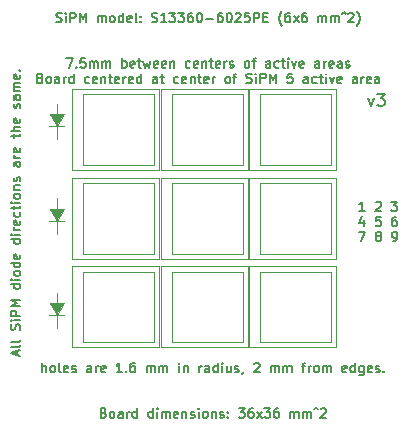
<source format=gbr>
%TF.GenerationSoftware,KiCad,Pcbnew,8.0.2-1*%
%TF.CreationDate,2024-08-05T19:22:30-04:00*%
%TF.ProjectId,3x3_6mSiPMs,3378335f-366d-4536-9950-4d732e6b6963,rev?*%
%TF.SameCoordinates,Original*%
%TF.FileFunction,Legend,Top*%
%TF.FilePolarity,Positive*%
%FSLAX46Y46*%
G04 Gerber Fmt 4.6, Leading zero omitted, Abs format (unit mm)*
G04 Created by KiCad (PCBNEW 8.0.2-1) date 2024-08-05 19:22:30*
%MOMM*%
%LPD*%
G01*
G04 APERTURE LIST*
%ADD10C,0.150000*%
%ADD11C,0.120000*%
G04 APERTURE END LIST*
D10*
X87242854Y-33348290D02*
X87357140Y-33386385D01*
X87357140Y-33386385D02*
X87547616Y-33386385D01*
X87547616Y-33386385D02*
X87623807Y-33348290D01*
X87623807Y-33348290D02*
X87661902Y-33310194D01*
X87661902Y-33310194D02*
X87699997Y-33234004D01*
X87699997Y-33234004D02*
X87699997Y-33157813D01*
X87699997Y-33157813D02*
X87661902Y-33081623D01*
X87661902Y-33081623D02*
X87623807Y-33043528D01*
X87623807Y-33043528D02*
X87547616Y-33005432D01*
X87547616Y-33005432D02*
X87395235Y-32967337D01*
X87395235Y-32967337D02*
X87319045Y-32929242D01*
X87319045Y-32929242D02*
X87280950Y-32891147D01*
X87280950Y-32891147D02*
X87242854Y-32814956D01*
X87242854Y-32814956D02*
X87242854Y-32738766D01*
X87242854Y-32738766D02*
X87280950Y-32662575D01*
X87280950Y-32662575D02*
X87319045Y-32624480D01*
X87319045Y-32624480D02*
X87395235Y-32586385D01*
X87395235Y-32586385D02*
X87585712Y-32586385D01*
X87585712Y-32586385D02*
X87699997Y-32624480D01*
X88042855Y-33386385D02*
X88042855Y-32853051D01*
X88042855Y-32586385D02*
X88004759Y-32624480D01*
X88004759Y-32624480D02*
X88042855Y-32662575D01*
X88042855Y-32662575D02*
X88080950Y-32624480D01*
X88080950Y-32624480D02*
X88042855Y-32586385D01*
X88042855Y-32586385D02*
X88042855Y-32662575D01*
X88423807Y-33386385D02*
X88423807Y-32586385D01*
X88423807Y-32586385D02*
X88728569Y-32586385D01*
X88728569Y-32586385D02*
X88804759Y-32624480D01*
X88804759Y-32624480D02*
X88842854Y-32662575D01*
X88842854Y-32662575D02*
X88880950Y-32738766D01*
X88880950Y-32738766D02*
X88880950Y-32853051D01*
X88880950Y-32853051D02*
X88842854Y-32929242D01*
X88842854Y-32929242D02*
X88804759Y-32967337D01*
X88804759Y-32967337D02*
X88728569Y-33005432D01*
X88728569Y-33005432D02*
X88423807Y-33005432D01*
X89223807Y-33386385D02*
X89223807Y-32586385D01*
X89223807Y-32586385D02*
X89490473Y-33157813D01*
X89490473Y-33157813D02*
X89757140Y-32586385D01*
X89757140Y-32586385D02*
X89757140Y-33386385D01*
X90747617Y-33386385D02*
X90747617Y-32853051D01*
X90747617Y-32929242D02*
X90785712Y-32891147D01*
X90785712Y-32891147D02*
X90861902Y-32853051D01*
X90861902Y-32853051D02*
X90976188Y-32853051D01*
X90976188Y-32853051D02*
X91052379Y-32891147D01*
X91052379Y-32891147D02*
X91090474Y-32967337D01*
X91090474Y-32967337D02*
X91090474Y-33386385D01*
X91090474Y-32967337D02*
X91128569Y-32891147D01*
X91128569Y-32891147D02*
X91204760Y-32853051D01*
X91204760Y-32853051D02*
X91319045Y-32853051D01*
X91319045Y-32853051D02*
X91395236Y-32891147D01*
X91395236Y-32891147D02*
X91433331Y-32967337D01*
X91433331Y-32967337D02*
X91433331Y-33386385D01*
X91928569Y-33386385D02*
X91852379Y-33348290D01*
X91852379Y-33348290D02*
X91814284Y-33310194D01*
X91814284Y-33310194D02*
X91776188Y-33234004D01*
X91776188Y-33234004D02*
X91776188Y-33005432D01*
X91776188Y-33005432D02*
X91814284Y-32929242D01*
X91814284Y-32929242D02*
X91852379Y-32891147D01*
X91852379Y-32891147D02*
X91928569Y-32853051D01*
X91928569Y-32853051D02*
X92042855Y-32853051D01*
X92042855Y-32853051D02*
X92119046Y-32891147D01*
X92119046Y-32891147D02*
X92157141Y-32929242D01*
X92157141Y-32929242D02*
X92195236Y-33005432D01*
X92195236Y-33005432D02*
X92195236Y-33234004D01*
X92195236Y-33234004D02*
X92157141Y-33310194D01*
X92157141Y-33310194D02*
X92119046Y-33348290D01*
X92119046Y-33348290D02*
X92042855Y-33386385D01*
X92042855Y-33386385D02*
X91928569Y-33386385D01*
X92880951Y-33386385D02*
X92880951Y-32586385D01*
X92880951Y-33348290D02*
X92804760Y-33386385D01*
X92804760Y-33386385D02*
X92652379Y-33386385D01*
X92652379Y-33386385D02*
X92576189Y-33348290D01*
X92576189Y-33348290D02*
X92538094Y-33310194D01*
X92538094Y-33310194D02*
X92499998Y-33234004D01*
X92499998Y-33234004D02*
X92499998Y-33005432D01*
X92499998Y-33005432D02*
X92538094Y-32929242D01*
X92538094Y-32929242D02*
X92576189Y-32891147D01*
X92576189Y-32891147D02*
X92652379Y-32853051D01*
X92652379Y-32853051D02*
X92804760Y-32853051D01*
X92804760Y-32853051D02*
X92880951Y-32891147D01*
X93566666Y-33348290D02*
X93490475Y-33386385D01*
X93490475Y-33386385D02*
X93338094Y-33386385D01*
X93338094Y-33386385D02*
X93261904Y-33348290D01*
X93261904Y-33348290D02*
X93223808Y-33272099D01*
X93223808Y-33272099D02*
X93223808Y-32967337D01*
X93223808Y-32967337D02*
X93261904Y-32891147D01*
X93261904Y-32891147D02*
X93338094Y-32853051D01*
X93338094Y-32853051D02*
X93490475Y-32853051D01*
X93490475Y-32853051D02*
X93566666Y-32891147D01*
X93566666Y-32891147D02*
X93604761Y-32967337D01*
X93604761Y-32967337D02*
X93604761Y-33043528D01*
X93604761Y-33043528D02*
X93223808Y-33119718D01*
X94061903Y-33386385D02*
X93985713Y-33348290D01*
X93985713Y-33348290D02*
X93947618Y-33272099D01*
X93947618Y-33272099D02*
X93947618Y-32586385D01*
X94366666Y-33310194D02*
X94404761Y-33348290D01*
X94404761Y-33348290D02*
X94366666Y-33386385D01*
X94366666Y-33386385D02*
X94328570Y-33348290D01*
X94328570Y-33348290D02*
X94366666Y-33310194D01*
X94366666Y-33310194D02*
X94366666Y-33386385D01*
X94366666Y-32891147D02*
X94404761Y-32929242D01*
X94404761Y-32929242D02*
X94366666Y-32967337D01*
X94366666Y-32967337D02*
X94328570Y-32929242D01*
X94328570Y-32929242D02*
X94366666Y-32891147D01*
X94366666Y-32891147D02*
X94366666Y-32967337D01*
X95319046Y-33348290D02*
X95433332Y-33386385D01*
X95433332Y-33386385D02*
X95623808Y-33386385D01*
X95623808Y-33386385D02*
X95699999Y-33348290D01*
X95699999Y-33348290D02*
X95738094Y-33310194D01*
X95738094Y-33310194D02*
X95776189Y-33234004D01*
X95776189Y-33234004D02*
X95776189Y-33157813D01*
X95776189Y-33157813D02*
X95738094Y-33081623D01*
X95738094Y-33081623D02*
X95699999Y-33043528D01*
X95699999Y-33043528D02*
X95623808Y-33005432D01*
X95623808Y-33005432D02*
X95471427Y-32967337D01*
X95471427Y-32967337D02*
X95395237Y-32929242D01*
X95395237Y-32929242D02*
X95357142Y-32891147D01*
X95357142Y-32891147D02*
X95319046Y-32814956D01*
X95319046Y-32814956D02*
X95319046Y-32738766D01*
X95319046Y-32738766D02*
X95357142Y-32662575D01*
X95357142Y-32662575D02*
X95395237Y-32624480D01*
X95395237Y-32624480D02*
X95471427Y-32586385D01*
X95471427Y-32586385D02*
X95661904Y-32586385D01*
X95661904Y-32586385D02*
X95776189Y-32624480D01*
X96538094Y-33386385D02*
X96080951Y-33386385D01*
X96309523Y-33386385D02*
X96309523Y-32586385D01*
X96309523Y-32586385D02*
X96233332Y-32700670D01*
X96233332Y-32700670D02*
X96157142Y-32776861D01*
X96157142Y-32776861D02*
X96080951Y-32814956D01*
X96804761Y-32586385D02*
X97299999Y-32586385D01*
X97299999Y-32586385D02*
X97033333Y-32891147D01*
X97033333Y-32891147D02*
X97147618Y-32891147D01*
X97147618Y-32891147D02*
X97223809Y-32929242D01*
X97223809Y-32929242D02*
X97261904Y-32967337D01*
X97261904Y-32967337D02*
X97299999Y-33043528D01*
X97299999Y-33043528D02*
X97299999Y-33234004D01*
X97299999Y-33234004D02*
X97261904Y-33310194D01*
X97261904Y-33310194D02*
X97223809Y-33348290D01*
X97223809Y-33348290D02*
X97147618Y-33386385D01*
X97147618Y-33386385D02*
X96919047Y-33386385D01*
X96919047Y-33386385D02*
X96842856Y-33348290D01*
X96842856Y-33348290D02*
X96804761Y-33310194D01*
X97566666Y-32586385D02*
X98061904Y-32586385D01*
X98061904Y-32586385D02*
X97795238Y-32891147D01*
X97795238Y-32891147D02*
X97909523Y-32891147D01*
X97909523Y-32891147D02*
X97985714Y-32929242D01*
X97985714Y-32929242D02*
X98023809Y-32967337D01*
X98023809Y-32967337D02*
X98061904Y-33043528D01*
X98061904Y-33043528D02*
X98061904Y-33234004D01*
X98061904Y-33234004D02*
X98023809Y-33310194D01*
X98023809Y-33310194D02*
X97985714Y-33348290D01*
X97985714Y-33348290D02*
X97909523Y-33386385D01*
X97909523Y-33386385D02*
X97680952Y-33386385D01*
X97680952Y-33386385D02*
X97604761Y-33348290D01*
X97604761Y-33348290D02*
X97566666Y-33310194D01*
X98747619Y-32586385D02*
X98595238Y-32586385D01*
X98595238Y-32586385D02*
X98519047Y-32624480D01*
X98519047Y-32624480D02*
X98480952Y-32662575D01*
X98480952Y-32662575D02*
X98404762Y-32776861D01*
X98404762Y-32776861D02*
X98366666Y-32929242D01*
X98366666Y-32929242D02*
X98366666Y-33234004D01*
X98366666Y-33234004D02*
X98404762Y-33310194D01*
X98404762Y-33310194D02*
X98442857Y-33348290D01*
X98442857Y-33348290D02*
X98519047Y-33386385D01*
X98519047Y-33386385D02*
X98671428Y-33386385D01*
X98671428Y-33386385D02*
X98747619Y-33348290D01*
X98747619Y-33348290D02*
X98785714Y-33310194D01*
X98785714Y-33310194D02*
X98823809Y-33234004D01*
X98823809Y-33234004D02*
X98823809Y-33043528D01*
X98823809Y-33043528D02*
X98785714Y-32967337D01*
X98785714Y-32967337D02*
X98747619Y-32929242D01*
X98747619Y-32929242D02*
X98671428Y-32891147D01*
X98671428Y-32891147D02*
X98519047Y-32891147D01*
X98519047Y-32891147D02*
X98442857Y-32929242D01*
X98442857Y-32929242D02*
X98404762Y-32967337D01*
X98404762Y-32967337D02*
X98366666Y-33043528D01*
X99319048Y-32586385D02*
X99395238Y-32586385D01*
X99395238Y-32586385D02*
X99471429Y-32624480D01*
X99471429Y-32624480D02*
X99509524Y-32662575D01*
X99509524Y-32662575D02*
X99547619Y-32738766D01*
X99547619Y-32738766D02*
X99585714Y-32891147D01*
X99585714Y-32891147D02*
X99585714Y-33081623D01*
X99585714Y-33081623D02*
X99547619Y-33234004D01*
X99547619Y-33234004D02*
X99509524Y-33310194D01*
X99509524Y-33310194D02*
X99471429Y-33348290D01*
X99471429Y-33348290D02*
X99395238Y-33386385D01*
X99395238Y-33386385D02*
X99319048Y-33386385D01*
X99319048Y-33386385D02*
X99242857Y-33348290D01*
X99242857Y-33348290D02*
X99204762Y-33310194D01*
X99204762Y-33310194D02*
X99166667Y-33234004D01*
X99166667Y-33234004D02*
X99128571Y-33081623D01*
X99128571Y-33081623D02*
X99128571Y-32891147D01*
X99128571Y-32891147D02*
X99166667Y-32738766D01*
X99166667Y-32738766D02*
X99204762Y-32662575D01*
X99204762Y-32662575D02*
X99242857Y-32624480D01*
X99242857Y-32624480D02*
X99319048Y-32586385D01*
X99928572Y-33081623D02*
X100538096Y-33081623D01*
X101261905Y-32586385D02*
X101109524Y-32586385D01*
X101109524Y-32586385D02*
X101033333Y-32624480D01*
X101033333Y-32624480D02*
X100995238Y-32662575D01*
X100995238Y-32662575D02*
X100919048Y-32776861D01*
X100919048Y-32776861D02*
X100880952Y-32929242D01*
X100880952Y-32929242D02*
X100880952Y-33234004D01*
X100880952Y-33234004D02*
X100919048Y-33310194D01*
X100919048Y-33310194D02*
X100957143Y-33348290D01*
X100957143Y-33348290D02*
X101033333Y-33386385D01*
X101033333Y-33386385D02*
X101185714Y-33386385D01*
X101185714Y-33386385D02*
X101261905Y-33348290D01*
X101261905Y-33348290D02*
X101300000Y-33310194D01*
X101300000Y-33310194D02*
X101338095Y-33234004D01*
X101338095Y-33234004D02*
X101338095Y-33043528D01*
X101338095Y-33043528D02*
X101300000Y-32967337D01*
X101300000Y-32967337D02*
X101261905Y-32929242D01*
X101261905Y-32929242D02*
X101185714Y-32891147D01*
X101185714Y-32891147D02*
X101033333Y-32891147D01*
X101033333Y-32891147D02*
X100957143Y-32929242D01*
X100957143Y-32929242D02*
X100919048Y-32967337D01*
X100919048Y-32967337D02*
X100880952Y-33043528D01*
X101833334Y-32586385D02*
X101909524Y-32586385D01*
X101909524Y-32586385D02*
X101985715Y-32624480D01*
X101985715Y-32624480D02*
X102023810Y-32662575D01*
X102023810Y-32662575D02*
X102061905Y-32738766D01*
X102061905Y-32738766D02*
X102100000Y-32891147D01*
X102100000Y-32891147D02*
X102100000Y-33081623D01*
X102100000Y-33081623D02*
X102061905Y-33234004D01*
X102061905Y-33234004D02*
X102023810Y-33310194D01*
X102023810Y-33310194D02*
X101985715Y-33348290D01*
X101985715Y-33348290D02*
X101909524Y-33386385D01*
X101909524Y-33386385D02*
X101833334Y-33386385D01*
X101833334Y-33386385D02*
X101757143Y-33348290D01*
X101757143Y-33348290D02*
X101719048Y-33310194D01*
X101719048Y-33310194D02*
X101680953Y-33234004D01*
X101680953Y-33234004D02*
X101642857Y-33081623D01*
X101642857Y-33081623D02*
X101642857Y-32891147D01*
X101642857Y-32891147D02*
X101680953Y-32738766D01*
X101680953Y-32738766D02*
X101719048Y-32662575D01*
X101719048Y-32662575D02*
X101757143Y-32624480D01*
X101757143Y-32624480D02*
X101833334Y-32586385D01*
X102404762Y-32662575D02*
X102442858Y-32624480D01*
X102442858Y-32624480D02*
X102519048Y-32586385D01*
X102519048Y-32586385D02*
X102709524Y-32586385D01*
X102709524Y-32586385D02*
X102785715Y-32624480D01*
X102785715Y-32624480D02*
X102823810Y-32662575D01*
X102823810Y-32662575D02*
X102861905Y-32738766D01*
X102861905Y-32738766D02*
X102861905Y-32814956D01*
X102861905Y-32814956D02*
X102823810Y-32929242D01*
X102823810Y-32929242D02*
X102366667Y-33386385D01*
X102366667Y-33386385D02*
X102861905Y-33386385D01*
X103585715Y-32586385D02*
X103204763Y-32586385D01*
X103204763Y-32586385D02*
X103166667Y-32967337D01*
X103166667Y-32967337D02*
X103204763Y-32929242D01*
X103204763Y-32929242D02*
X103280953Y-32891147D01*
X103280953Y-32891147D02*
X103471429Y-32891147D01*
X103471429Y-32891147D02*
X103547620Y-32929242D01*
X103547620Y-32929242D02*
X103585715Y-32967337D01*
X103585715Y-32967337D02*
X103623810Y-33043528D01*
X103623810Y-33043528D02*
X103623810Y-33234004D01*
X103623810Y-33234004D02*
X103585715Y-33310194D01*
X103585715Y-33310194D02*
X103547620Y-33348290D01*
X103547620Y-33348290D02*
X103471429Y-33386385D01*
X103471429Y-33386385D02*
X103280953Y-33386385D01*
X103280953Y-33386385D02*
X103204763Y-33348290D01*
X103204763Y-33348290D02*
X103166667Y-33310194D01*
X103966668Y-33386385D02*
X103966668Y-32586385D01*
X103966668Y-32586385D02*
X104271430Y-32586385D01*
X104271430Y-32586385D02*
X104347620Y-32624480D01*
X104347620Y-32624480D02*
X104385715Y-32662575D01*
X104385715Y-32662575D02*
X104423811Y-32738766D01*
X104423811Y-32738766D02*
X104423811Y-32853051D01*
X104423811Y-32853051D02*
X104385715Y-32929242D01*
X104385715Y-32929242D02*
X104347620Y-32967337D01*
X104347620Y-32967337D02*
X104271430Y-33005432D01*
X104271430Y-33005432D02*
X103966668Y-33005432D01*
X104766668Y-32967337D02*
X105033334Y-32967337D01*
X105147620Y-33386385D02*
X104766668Y-33386385D01*
X104766668Y-33386385D02*
X104766668Y-32586385D01*
X104766668Y-32586385D02*
X105147620Y-32586385D01*
X106328573Y-33691147D02*
X106290478Y-33653051D01*
X106290478Y-33653051D02*
X106214287Y-33538766D01*
X106214287Y-33538766D02*
X106176192Y-33462575D01*
X106176192Y-33462575D02*
X106138097Y-33348290D01*
X106138097Y-33348290D02*
X106100002Y-33157813D01*
X106100002Y-33157813D02*
X106100002Y-33005432D01*
X106100002Y-33005432D02*
X106138097Y-32814956D01*
X106138097Y-32814956D02*
X106176192Y-32700670D01*
X106176192Y-32700670D02*
X106214287Y-32624480D01*
X106214287Y-32624480D02*
X106290478Y-32510194D01*
X106290478Y-32510194D02*
X106328573Y-32472099D01*
X106976192Y-32586385D02*
X106823811Y-32586385D01*
X106823811Y-32586385D02*
X106747620Y-32624480D01*
X106747620Y-32624480D02*
X106709525Y-32662575D01*
X106709525Y-32662575D02*
X106633335Y-32776861D01*
X106633335Y-32776861D02*
X106595239Y-32929242D01*
X106595239Y-32929242D02*
X106595239Y-33234004D01*
X106595239Y-33234004D02*
X106633335Y-33310194D01*
X106633335Y-33310194D02*
X106671430Y-33348290D01*
X106671430Y-33348290D02*
X106747620Y-33386385D01*
X106747620Y-33386385D02*
X106900001Y-33386385D01*
X106900001Y-33386385D02*
X106976192Y-33348290D01*
X106976192Y-33348290D02*
X107014287Y-33310194D01*
X107014287Y-33310194D02*
X107052382Y-33234004D01*
X107052382Y-33234004D02*
X107052382Y-33043528D01*
X107052382Y-33043528D02*
X107014287Y-32967337D01*
X107014287Y-32967337D02*
X106976192Y-32929242D01*
X106976192Y-32929242D02*
X106900001Y-32891147D01*
X106900001Y-32891147D02*
X106747620Y-32891147D01*
X106747620Y-32891147D02*
X106671430Y-32929242D01*
X106671430Y-32929242D02*
X106633335Y-32967337D01*
X106633335Y-32967337D02*
X106595239Y-33043528D01*
X107319049Y-33386385D02*
X107738097Y-32853051D01*
X107319049Y-32853051D02*
X107738097Y-33386385D01*
X108385716Y-32586385D02*
X108233335Y-32586385D01*
X108233335Y-32586385D02*
X108157144Y-32624480D01*
X108157144Y-32624480D02*
X108119049Y-32662575D01*
X108119049Y-32662575D02*
X108042859Y-32776861D01*
X108042859Y-32776861D02*
X108004763Y-32929242D01*
X108004763Y-32929242D02*
X108004763Y-33234004D01*
X108004763Y-33234004D02*
X108042859Y-33310194D01*
X108042859Y-33310194D02*
X108080954Y-33348290D01*
X108080954Y-33348290D02*
X108157144Y-33386385D01*
X108157144Y-33386385D02*
X108309525Y-33386385D01*
X108309525Y-33386385D02*
X108385716Y-33348290D01*
X108385716Y-33348290D02*
X108423811Y-33310194D01*
X108423811Y-33310194D02*
X108461906Y-33234004D01*
X108461906Y-33234004D02*
X108461906Y-33043528D01*
X108461906Y-33043528D02*
X108423811Y-32967337D01*
X108423811Y-32967337D02*
X108385716Y-32929242D01*
X108385716Y-32929242D02*
X108309525Y-32891147D01*
X108309525Y-32891147D02*
X108157144Y-32891147D01*
X108157144Y-32891147D02*
X108080954Y-32929242D01*
X108080954Y-32929242D02*
X108042859Y-32967337D01*
X108042859Y-32967337D02*
X108004763Y-33043528D01*
X109414288Y-33386385D02*
X109414288Y-32853051D01*
X109414288Y-32929242D02*
X109452383Y-32891147D01*
X109452383Y-32891147D02*
X109528573Y-32853051D01*
X109528573Y-32853051D02*
X109642859Y-32853051D01*
X109642859Y-32853051D02*
X109719050Y-32891147D01*
X109719050Y-32891147D02*
X109757145Y-32967337D01*
X109757145Y-32967337D02*
X109757145Y-33386385D01*
X109757145Y-32967337D02*
X109795240Y-32891147D01*
X109795240Y-32891147D02*
X109871431Y-32853051D01*
X109871431Y-32853051D02*
X109985716Y-32853051D01*
X109985716Y-32853051D02*
X110061907Y-32891147D01*
X110061907Y-32891147D02*
X110100002Y-32967337D01*
X110100002Y-32967337D02*
X110100002Y-33386385D01*
X110480955Y-33386385D02*
X110480955Y-32853051D01*
X110480955Y-32929242D02*
X110519050Y-32891147D01*
X110519050Y-32891147D02*
X110595240Y-32853051D01*
X110595240Y-32853051D02*
X110709526Y-32853051D01*
X110709526Y-32853051D02*
X110785717Y-32891147D01*
X110785717Y-32891147D02*
X110823812Y-32967337D01*
X110823812Y-32967337D02*
X110823812Y-33386385D01*
X110823812Y-32967337D02*
X110861907Y-32891147D01*
X110861907Y-32891147D02*
X110938098Y-32853051D01*
X110938098Y-32853051D02*
X111052383Y-32853051D01*
X111052383Y-32853051D02*
X111128574Y-32891147D01*
X111128574Y-32891147D02*
X111166669Y-32967337D01*
X111166669Y-32967337D02*
X111166669Y-33386385D01*
X111433336Y-32662575D02*
X111585717Y-32548290D01*
X111585717Y-32548290D02*
X111738098Y-32662575D01*
X111966669Y-32662575D02*
X112004765Y-32624480D01*
X112004765Y-32624480D02*
X112080955Y-32586385D01*
X112080955Y-32586385D02*
X112271431Y-32586385D01*
X112271431Y-32586385D02*
X112347622Y-32624480D01*
X112347622Y-32624480D02*
X112385717Y-32662575D01*
X112385717Y-32662575D02*
X112423812Y-32738766D01*
X112423812Y-32738766D02*
X112423812Y-32814956D01*
X112423812Y-32814956D02*
X112385717Y-32929242D01*
X112385717Y-32929242D02*
X111928574Y-33386385D01*
X111928574Y-33386385D02*
X112423812Y-33386385D01*
X112690479Y-33691147D02*
X112728574Y-33653051D01*
X112728574Y-33653051D02*
X112804765Y-33538766D01*
X112804765Y-33538766D02*
X112842860Y-33462575D01*
X112842860Y-33462575D02*
X112880955Y-33348290D01*
X112880955Y-33348290D02*
X112919051Y-33157813D01*
X112919051Y-33157813D02*
X112919051Y-33005432D01*
X112919051Y-33005432D02*
X112880955Y-32814956D01*
X112880955Y-32814956D02*
X112842860Y-32700670D01*
X112842860Y-32700670D02*
X112804765Y-32624480D01*
X112804765Y-32624480D02*
X112728574Y-32510194D01*
X112728574Y-32510194D02*
X112690479Y-32472099D01*
X88080951Y-36450250D02*
X88614285Y-36450250D01*
X88614285Y-36450250D02*
X88271427Y-37250250D01*
X88919047Y-37174059D02*
X88957142Y-37212155D01*
X88957142Y-37212155D02*
X88919047Y-37250250D01*
X88919047Y-37250250D02*
X88880951Y-37212155D01*
X88880951Y-37212155D02*
X88919047Y-37174059D01*
X88919047Y-37174059D02*
X88919047Y-37250250D01*
X89680951Y-36450250D02*
X89299999Y-36450250D01*
X89299999Y-36450250D02*
X89261903Y-36831202D01*
X89261903Y-36831202D02*
X89299999Y-36793107D01*
X89299999Y-36793107D02*
X89376189Y-36755012D01*
X89376189Y-36755012D02*
X89566665Y-36755012D01*
X89566665Y-36755012D02*
X89642856Y-36793107D01*
X89642856Y-36793107D02*
X89680951Y-36831202D01*
X89680951Y-36831202D02*
X89719046Y-36907393D01*
X89719046Y-36907393D02*
X89719046Y-37097869D01*
X89719046Y-37097869D02*
X89680951Y-37174059D01*
X89680951Y-37174059D02*
X89642856Y-37212155D01*
X89642856Y-37212155D02*
X89566665Y-37250250D01*
X89566665Y-37250250D02*
X89376189Y-37250250D01*
X89376189Y-37250250D02*
X89299999Y-37212155D01*
X89299999Y-37212155D02*
X89261903Y-37174059D01*
X90061904Y-37250250D02*
X90061904Y-36716916D01*
X90061904Y-36793107D02*
X90099999Y-36755012D01*
X90099999Y-36755012D02*
X90176189Y-36716916D01*
X90176189Y-36716916D02*
X90290475Y-36716916D01*
X90290475Y-36716916D02*
X90366666Y-36755012D01*
X90366666Y-36755012D02*
X90404761Y-36831202D01*
X90404761Y-36831202D02*
X90404761Y-37250250D01*
X90404761Y-36831202D02*
X90442856Y-36755012D01*
X90442856Y-36755012D02*
X90519047Y-36716916D01*
X90519047Y-36716916D02*
X90633332Y-36716916D01*
X90633332Y-36716916D02*
X90709523Y-36755012D01*
X90709523Y-36755012D02*
X90747618Y-36831202D01*
X90747618Y-36831202D02*
X90747618Y-37250250D01*
X91128571Y-37250250D02*
X91128571Y-36716916D01*
X91128571Y-36793107D02*
X91166666Y-36755012D01*
X91166666Y-36755012D02*
X91242856Y-36716916D01*
X91242856Y-36716916D02*
X91357142Y-36716916D01*
X91357142Y-36716916D02*
X91433333Y-36755012D01*
X91433333Y-36755012D02*
X91471428Y-36831202D01*
X91471428Y-36831202D02*
X91471428Y-37250250D01*
X91471428Y-36831202D02*
X91509523Y-36755012D01*
X91509523Y-36755012D02*
X91585714Y-36716916D01*
X91585714Y-36716916D02*
X91699999Y-36716916D01*
X91699999Y-36716916D02*
X91776190Y-36755012D01*
X91776190Y-36755012D02*
X91814285Y-36831202D01*
X91814285Y-36831202D02*
X91814285Y-37250250D01*
X92804762Y-37250250D02*
X92804762Y-36450250D01*
X92804762Y-36755012D02*
X92880952Y-36716916D01*
X92880952Y-36716916D02*
X93033333Y-36716916D01*
X93033333Y-36716916D02*
X93109524Y-36755012D01*
X93109524Y-36755012D02*
X93147619Y-36793107D01*
X93147619Y-36793107D02*
X93185714Y-36869297D01*
X93185714Y-36869297D02*
X93185714Y-37097869D01*
X93185714Y-37097869D02*
X93147619Y-37174059D01*
X93147619Y-37174059D02*
X93109524Y-37212155D01*
X93109524Y-37212155D02*
X93033333Y-37250250D01*
X93033333Y-37250250D02*
X92880952Y-37250250D01*
X92880952Y-37250250D02*
X92804762Y-37212155D01*
X93833334Y-37212155D02*
X93757143Y-37250250D01*
X93757143Y-37250250D02*
X93604762Y-37250250D01*
X93604762Y-37250250D02*
X93528572Y-37212155D01*
X93528572Y-37212155D02*
X93490476Y-37135964D01*
X93490476Y-37135964D02*
X93490476Y-36831202D01*
X93490476Y-36831202D02*
X93528572Y-36755012D01*
X93528572Y-36755012D02*
X93604762Y-36716916D01*
X93604762Y-36716916D02*
X93757143Y-36716916D01*
X93757143Y-36716916D02*
X93833334Y-36755012D01*
X93833334Y-36755012D02*
X93871429Y-36831202D01*
X93871429Y-36831202D02*
X93871429Y-36907393D01*
X93871429Y-36907393D02*
X93490476Y-36983583D01*
X94100000Y-36716916D02*
X94404762Y-36716916D01*
X94214286Y-36450250D02*
X94214286Y-37135964D01*
X94214286Y-37135964D02*
X94252381Y-37212155D01*
X94252381Y-37212155D02*
X94328571Y-37250250D01*
X94328571Y-37250250D02*
X94404762Y-37250250D01*
X94595238Y-36716916D02*
X94747619Y-37250250D01*
X94747619Y-37250250D02*
X94900000Y-36869297D01*
X94900000Y-36869297D02*
X95052381Y-37250250D01*
X95052381Y-37250250D02*
X95204762Y-36716916D01*
X95814286Y-37212155D02*
X95738095Y-37250250D01*
X95738095Y-37250250D02*
X95585714Y-37250250D01*
X95585714Y-37250250D02*
X95509524Y-37212155D01*
X95509524Y-37212155D02*
X95471428Y-37135964D01*
X95471428Y-37135964D02*
X95471428Y-36831202D01*
X95471428Y-36831202D02*
X95509524Y-36755012D01*
X95509524Y-36755012D02*
X95585714Y-36716916D01*
X95585714Y-36716916D02*
X95738095Y-36716916D01*
X95738095Y-36716916D02*
X95814286Y-36755012D01*
X95814286Y-36755012D02*
X95852381Y-36831202D01*
X95852381Y-36831202D02*
X95852381Y-36907393D01*
X95852381Y-36907393D02*
X95471428Y-36983583D01*
X96500000Y-37212155D02*
X96423809Y-37250250D01*
X96423809Y-37250250D02*
X96271428Y-37250250D01*
X96271428Y-37250250D02*
X96195238Y-37212155D01*
X96195238Y-37212155D02*
X96157142Y-37135964D01*
X96157142Y-37135964D02*
X96157142Y-36831202D01*
X96157142Y-36831202D02*
X96195238Y-36755012D01*
X96195238Y-36755012D02*
X96271428Y-36716916D01*
X96271428Y-36716916D02*
X96423809Y-36716916D01*
X96423809Y-36716916D02*
X96500000Y-36755012D01*
X96500000Y-36755012D02*
X96538095Y-36831202D01*
X96538095Y-36831202D02*
X96538095Y-36907393D01*
X96538095Y-36907393D02*
X96157142Y-36983583D01*
X96880952Y-36716916D02*
X96880952Y-37250250D01*
X96880952Y-36793107D02*
X96919047Y-36755012D01*
X96919047Y-36755012D02*
X96995237Y-36716916D01*
X96995237Y-36716916D02*
X97109523Y-36716916D01*
X97109523Y-36716916D02*
X97185714Y-36755012D01*
X97185714Y-36755012D02*
X97223809Y-36831202D01*
X97223809Y-36831202D02*
X97223809Y-37250250D01*
X98557143Y-37212155D02*
X98480952Y-37250250D01*
X98480952Y-37250250D02*
X98328571Y-37250250D01*
X98328571Y-37250250D02*
X98252381Y-37212155D01*
X98252381Y-37212155D02*
X98214286Y-37174059D01*
X98214286Y-37174059D02*
X98176190Y-37097869D01*
X98176190Y-37097869D02*
X98176190Y-36869297D01*
X98176190Y-36869297D02*
X98214286Y-36793107D01*
X98214286Y-36793107D02*
X98252381Y-36755012D01*
X98252381Y-36755012D02*
X98328571Y-36716916D01*
X98328571Y-36716916D02*
X98480952Y-36716916D01*
X98480952Y-36716916D02*
X98557143Y-36755012D01*
X99204762Y-37212155D02*
X99128571Y-37250250D01*
X99128571Y-37250250D02*
X98976190Y-37250250D01*
X98976190Y-37250250D02*
X98900000Y-37212155D01*
X98900000Y-37212155D02*
X98861904Y-37135964D01*
X98861904Y-37135964D02*
X98861904Y-36831202D01*
X98861904Y-36831202D02*
X98900000Y-36755012D01*
X98900000Y-36755012D02*
X98976190Y-36716916D01*
X98976190Y-36716916D02*
X99128571Y-36716916D01*
X99128571Y-36716916D02*
X99204762Y-36755012D01*
X99204762Y-36755012D02*
X99242857Y-36831202D01*
X99242857Y-36831202D02*
X99242857Y-36907393D01*
X99242857Y-36907393D02*
X98861904Y-36983583D01*
X99585714Y-36716916D02*
X99585714Y-37250250D01*
X99585714Y-36793107D02*
X99623809Y-36755012D01*
X99623809Y-36755012D02*
X99699999Y-36716916D01*
X99699999Y-36716916D02*
X99814285Y-36716916D01*
X99814285Y-36716916D02*
X99890476Y-36755012D01*
X99890476Y-36755012D02*
X99928571Y-36831202D01*
X99928571Y-36831202D02*
X99928571Y-37250250D01*
X100195238Y-36716916D02*
X100500000Y-36716916D01*
X100309524Y-36450250D02*
X100309524Y-37135964D01*
X100309524Y-37135964D02*
X100347619Y-37212155D01*
X100347619Y-37212155D02*
X100423809Y-37250250D01*
X100423809Y-37250250D02*
X100500000Y-37250250D01*
X101071429Y-37212155D02*
X100995238Y-37250250D01*
X100995238Y-37250250D02*
X100842857Y-37250250D01*
X100842857Y-37250250D02*
X100766667Y-37212155D01*
X100766667Y-37212155D02*
X100728571Y-37135964D01*
X100728571Y-37135964D02*
X100728571Y-36831202D01*
X100728571Y-36831202D02*
X100766667Y-36755012D01*
X100766667Y-36755012D02*
X100842857Y-36716916D01*
X100842857Y-36716916D02*
X100995238Y-36716916D01*
X100995238Y-36716916D02*
X101071429Y-36755012D01*
X101071429Y-36755012D02*
X101109524Y-36831202D01*
X101109524Y-36831202D02*
X101109524Y-36907393D01*
X101109524Y-36907393D02*
X100728571Y-36983583D01*
X101452381Y-37250250D02*
X101452381Y-36716916D01*
X101452381Y-36869297D02*
X101490476Y-36793107D01*
X101490476Y-36793107D02*
X101528571Y-36755012D01*
X101528571Y-36755012D02*
X101604762Y-36716916D01*
X101604762Y-36716916D02*
X101680952Y-36716916D01*
X101909523Y-37212155D02*
X101985714Y-37250250D01*
X101985714Y-37250250D02*
X102138095Y-37250250D01*
X102138095Y-37250250D02*
X102214285Y-37212155D01*
X102214285Y-37212155D02*
X102252381Y-37135964D01*
X102252381Y-37135964D02*
X102252381Y-37097869D01*
X102252381Y-37097869D02*
X102214285Y-37021678D01*
X102214285Y-37021678D02*
X102138095Y-36983583D01*
X102138095Y-36983583D02*
X102023809Y-36983583D01*
X102023809Y-36983583D02*
X101947619Y-36945488D01*
X101947619Y-36945488D02*
X101909523Y-36869297D01*
X101909523Y-36869297D02*
X101909523Y-36831202D01*
X101909523Y-36831202D02*
X101947619Y-36755012D01*
X101947619Y-36755012D02*
X102023809Y-36716916D01*
X102023809Y-36716916D02*
X102138095Y-36716916D01*
X102138095Y-36716916D02*
X102214285Y-36755012D01*
X103319047Y-37250250D02*
X103242857Y-37212155D01*
X103242857Y-37212155D02*
X103204762Y-37174059D01*
X103204762Y-37174059D02*
X103166666Y-37097869D01*
X103166666Y-37097869D02*
X103166666Y-36869297D01*
X103166666Y-36869297D02*
X103204762Y-36793107D01*
X103204762Y-36793107D02*
X103242857Y-36755012D01*
X103242857Y-36755012D02*
X103319047Y-36716916D01*
X103319047Y-36716916D02*
X103433333Y-36716916D01*
X103433333Y-36716916D02*
X103509524Y-36755012D01*
X103509524Y-36755012D02*
X103547619Y-36793107D01*
X103547619Y-36793107D02*
X103585714Y-36869297D01*
X103585714Y-36869297D02*
X103585714Y-37097869D01*
X103585714Y-37097869D02*
X103547619Y-37174059D01*
X103547619Y-37174059D02*
X103509524Y-37212155D01*
X103509524Y-37212155D02*
X103433333Y-37250250D01*
X103433333Y-37250250D02*
X103319047Y-37250250D01*
X103814286Y-36716916D02*
X104119048Y-36716916D01*
X103928572Y-37250250D02*
X103928572Y-36564535D01*
X103928572Y-36564535D02*
X103966667Y-36488345D01*
X103966667Y-36488345D02*
X104042857Y-36450250D01*
X104042857Y-36450250D02*
X104119048Y-36450250D01*
X105338096Y-37250250D02*
X105338096Y-36831202D01*
X105338096Y-36831202D02*
X105300001Y-36755012D01*
X105300001Y-36755012D02*
X105223810Y-36716916D01*
X105223810Y-36716916D02*
X105071429Y-36716916D01*
X105071429Y-36716916D02*
X104995239Y-36755012D01*
X105338096Y-37212155D02*
X105261905Y-37250250D01*
X105261905Y-37250250D02*
X105071429Y-37250250D01*
X105071429Y-37250250D02*
X104995239Y-37212155D01*
X104995239Y-37212155D02*
X104957143Y-37135964D01*
X104957143Y-37135964D02*
X104957143Y-37059774D01*
X104957143Y-37059774D02*
X104995239Y-36983583D01*
X104995239Y-36983583D02*
X105071429Y-36945488D01*
X105071429Y-36945488D02*
X105261905Y-36945488D01*
X105261905Y-36945488D02*
X105338096Y-36907393D01*
X106061906Y-37212155D02*
X105985715Y-37250250D01*
X105985715Y-37250250D02*
X105833334Y-37250250D01*
X105833334Y-37250250D02*
X105757144Y-37212155D01*
X105757144Y-37212155D02*
X105719049Y-37174059D01*
X105719049Y-37174059D02*
X105680953Y-37097869D01*
X105680953Y-37097869D02*
X105680953Y-36869297D01*
X105680953Y-36869297D02*
X105719049Y-36793107D01*
X105719049Y-36793107D02*
X105757144Y-36755012D01*
X105757144Y-36755012D02*
X105833334Y-36716916D01*
X105833334Y-36716916D02*
X105985715Y-36716916D01*
X105985715Y-36716916D02*
X106061906Y-36755012D01*
X106290477Y-36716916D02*
X106595239Y-36716916D01*
X106404763Y-36450250D02*
X106404763Y-37135964D01*
X106404763Y-37135964D02*
X106442858Y-37212155D01*
X106442858Y-37212155D02*
X106519048Y-37250250D01*
X106519048Y-37250250D02*
X106595239Y-37250250D01*
X106861906Y-37250250D02*
X106861906Y-36716916D01*
X106861906Y-36450250D02*
X106823810Y-36488345D01*
X106823810Y-36488345D02*
X106861906Y-36526440D01*
X106861906Y-36526440D02*
X106900001Y-36488345D01*
X106900001Y-36488345D02*
X106861906Y-36450250D01*
X106861906Y-36450250D02*
X106861906Y-36526440D01*
X107166667Y-36716916D02*
X107357143Y-37250250D01*
X107357143Y-37250250D02*
X107547620Y-36716916D01*
X108157144Y-37212155D02*
X108080953Y-37250250D01*
X108080953Y-37250250D02*
X107928572Y-37250250D01*
X107928572Y-37250250D02*
X107852382Y-37212155D01*
X107852382Y-37212155D02*
X107814286Y-37135964D01*
X107814286Y-37135964D02*
X107814286Y-36831202D01*
X107814286Y-36831202D02*
X107852382Y-36755012D01*
X107852382Y-36755012D02*
X107928572Y-36716916D01*
X107928572Y-36716916D02*
X108080953Y-36716916D01*
X108080953Y-36716916D02*
X108157144Y-36755012D01*
X108157144Y-36755012D02*
X108195239Y-36831202D01*
X108195239Y-36831202D02*
X108195239Y-36907393D01*
X108195239Y-36907393D02*
X107814286Y-36983583D01*
X109490477Y-37250250D02*
X109490477Y-36831202D01*
X109490477Y-36831202D02*
X109452382Y-36755012D01*
X109452382Y-36755012D02*
X109376191Y-36716916D01*
X109376191Y-36716916D02*
X109223810Y-36716916D01*
X109223810Y-36716916D02*
X109147620Y-36755012D01*
X109490477Y-37212155D02*
X109414286Y-37250250D01*
X109414286Y-37250250D02*
X109223810Y-37250250D01*
X109223810Y-37250250D02*
X109147620Y-37212155D01*
X109147620Y-37212155D02*
X109109524Y-37135964D01*
X109109524Y-37135964D02*
X109109524Y-37059774D01*
X109109524Y-37059774D02*
X109147620Y-36983583D01*
X109147620Y-36983583D02*
X109223810Y-36945488D01*
X109223810Y-36945488D02*
X109414286Y-36945488D01*
X109414286Y-36945488D02*
X109490477Y-36907393D01*
X109871430Y-37250250D02*
X109871430Y-36716916D01*
X109871430Y-36869297D02*
X109909525Y-36793107D01*
X109909525Y-36793107D02*
X109947620Y-36755012D01*
X109947620Y-36755012D02*
X110023811Y-36716916D01*
X110023811Y-36716916D02*
X110100001Y-36716916D01*
X110671430Y-37212155D02*
X110595239Y-37250250D01*
X110595239Y-37250250D02*
X110442858Y-37250250D01*
X110442858Y-37250250D02*
X110366668Y-37212155D01*
X110366668Y-37212155D02*
X110328572Y-37135964D01*
X110328572Y-37135964D02*
X110328572Y-36831202D01*
X110328572Y-36831202D02*
X110366668Y-36755012D01*
X110366668Y-36755012D02*
X110442858Y-36716916D01*
X110442858Y-36716916D02*
X110595239Y-36716916D01*
X110595239Y-36716916D02*
X110671430Y-36755012D01*
X110671430Y-36755012D02*
X110709525Y-36831202D01*
X110709525Y-36831202D02*
X110709525Y-36907393D01*
X110709525Y-36907393D02*
X110328572Y-36983583D01*
X111395239Y-37250250D02*
X111395239Y-36831202D01*
X111395239Y-36831202D02*
X111357144Y-36755012D01*
X111357144Y-36755012D02*
X111280953Y-36716916D01*
X111280953Y-36716916D02*
X111128572Y-36716916D01*
X111128572Y-36716916D02*
X111052382Y-36755012D01*
X111395239Y-37212155D02*
X111319048Y-37250250D01*
X111319048Y-37250250D02*
X111128572Y-37250250D01*
X111128572Y-37250250D02*
X111052382Y-37212155D01*
X111052382Y-37212155D02*
X111014286Y-37135964D01*
X111014286Y-37135964D02*
X111014286Y-37059774D01*
X111014286Y-37059774D02*
X111052382Y-36983583D01*
X111052382Y-36983583D02*
X111128572Y-36945488D01*
X111128572Y-36945488D02*
X111319048Y-36945488D01*
X111319048Y-36945488D02*
X111395239Y-36907393D01*
X111738096Y-37212155D02*
X111814287Y-37250250D01*
X111814287Y-37250250D02*
X111966668Y-37250250D01*
X111966668Y-37250250D02*
X112042858Y-37212155D01*
X112042858Y-37212155D02*
X112080954Y-37135964D01*
X112080954Y-37135964D02*
X112080954Y-37097869D01*
X112080954Y-37097869D02*
X112042858Y-37021678D01*
X112042858Y-37021678D02*
X111966668Y-36983583D01*
X111966668Y-36983583D02*
X111852382Y-36983583D01*
X111852382Y-36983583D02*
X111776192Y-36945488D01*
X111776192Y-36945488D02*
X111738096Y-36869297D01*
X111738096Y-36869297D02*
X111738096Y-36831202D01*
X111738096Y-36831202D02*
X111776192Y-36755012D01*
X111776192Y-36755012D02*
X111852382Y-36716916D01*
X111852382Y-36716916D02*
X111966668Y-36716916D01*
X111966668Y-36716916D02*
X112042858Y-36755012D01*
X85871426Y-38119157D02*
X85985712Y-38157252D01*
X85985712Y-38157252D02*
X86023807Y-38195348D01*
X86023807Y-38195348D02*
X86061903Y-38271538D01*
X86061903Y-38271538D02*
X86061903Y-38385824D01*
X86061903Y-38385824D02*
X86023807Y-38462014D01*
X86023807Y-38462014D02*
X85985712Y-38500110D01*
X85985712Y-38500110D02*
X85909522Y-38538205D01*
X85909522Y-38538205D02*
X85604760Y-38538205D01*
X85604760Y-38538205D02*
X85604760Y-37738205D01*
X85604760Y-37738205D02*
X85871426Y-37738205D01*
X85871426Y-37738205D02*
X85947617Y-37776300D01*
X85947617Y-37776300D02*
X85985712Y-37814395D01*
X85985712Y-37814395D02*
X86023807Y-37890586D01*
X86023807Y-37890586D02*
X86023807Y-37966776D01*
X86023807Y-37966776D02*
X85985712Y-38042967D01*
X85985712Y-38042967D02*
X85947617Y-38081062D01*
X85947617Y-38081062D02*
X85871426Y-38119157D01*
X85871426Y-38119157D02*
X85604760Y-38119157D01*
X86519045Y-38538205D02*
X86442855Y-38500110D01*
X86442855Y-38500110D02*
X86404760Y-38462014D01*
X86404760Y-38462014D02*
X86366664Y-38385824D01*
X86366664Y-38385824D02*
X86366664Y-38157252D01*
X86366664Y-38157252D02*
X86404760Y-38081062D01*
X86404760Y-38081062D02*
X86442855Y-38042967D01*
X86442855Y-38042967D02*
X86519045Y-38004871D01*
X86519045Y-38004871D02*
X86633331Y-38004871D01*
X86633331Y-38004871D02*
X86709522Y-38042967D01*
X86709522Y-38042967D02*
X86747617Y-38081062D01*
X86747617Y-38081062D02*
X86785712Y-38157252D01*
X86785712Y-38157252D02*
X86785712Y-38385824D01*
X86785712Y-38385824D02*
X86747617Y-38462014D01*
X86747617Y-38462014D02*
X86709522Y-38500110D01*
X86709522Y-38500110D02*
X86633331Y-38538205D01*
X86633331Y-38538205D02*
X86519045Y-38538205D01*
X87471427Y-38538205D02*
X87471427Y-38119157D01*
X87471427Y-38119157D02*
X87433332Y-38042967D01*
X87433332Y-38042967D02*
X87357141Y-38004871D01*
X87357141Y-38004871D02*
X87204760Y-38004871D01*
X87204760Y-38004871D02*
X87128570Y-38042967D01*
X87471427Y-38500110D02*
X87395236Y-38538205D01*
X87395236Y-38538205D02*
X87204760Y-38538205D01*
X87204760Y-38538205D02*
X87128570Y-38500110D01*
X87128570Y-38500110D02*
X87090474Y-38423919D01*
X87090474Y-38423919D02*
X87090474Y-38347729D01*
X87090474Y-38347729D02*
X87128570Y-38271538D01*
X87128570Y-38271538D02*
X87204760Y-38233443D01*
X87204760Y-38233443D02*
X87395236Y-38233443D01*
X87395236Y-38233443D02*
X87471427Y-38195348D01*
X87852380Y-38538205D02*
X87852380Y-38004871D01*
X87852380Y-38157252D02*
X87890475Y-38081062D01*
X87890475Y-38081062D02*
X87928570Y-38042967D01*
X87928570Y-38042967D02*
X88004761Y-38004871D01*
X88004761Y-38004871D02*
X88080951Y-38004871D01*
X88690475Y-38538205D02*
X88690475Y-37738205D01*
X88690475Y-38500110D02*
X88614284Y-38538205D01*
X88614284Y-38538205D02*
X88461903Y-38538205D01*
X88461903Y-38538205D02*
X88385713Y-38500110D01*
X88385713Y-38500110D02*
X88347618Y-38462014D01*
X88347618Y-38462014D02*
X88309522Y-38385824D01*
X88309522Y-38385824D02*
X88309522Y-38157252D01*
X88309522Y-38157252D02*
X88347618Y-38081062D01*
X88347618Y-38081062D02*
X88385713Y-38042967D01*
X88385713Y-38042967D02*
X88461903Y-38004871D01*
X88461903Y-38004871D02*
X88614284Y-38004871D01*
X88614284Y-38004871D02*
X88690475Y-38042967D01*
X90023809Y-38500110D02*
X89947618Y-38538205D01*
X89947618Y-38538205D02*
X89795237Y-38538205D01*
X89795237Y-38538205D02*
X89719047Y-38500110D01*
X89719047Y-38500110D02*
X89680952Y-38462014D01*
X89680952Y-38462014D02*
X89642856Y-38385824D01*
X89642856Y-38385824D02*
X89642856Y-38157252D01*
X89642856Y-38157252D02*
X89680952Y-38081062D01*
X89680952Y-38081062D02*
X89719047Y-38042967D01*
X89719047Y-38042967D02*
X89795237Y-38004871D01*
X89795237Y-38004871D02*
X89947618Y-38004871D01*
X89947618Y-38004871D02*
X90023809Y-38042967D01*
X90671428Y-38500110D02*
X90595237Y-38538205D01*
X90595237Y-38538205D02*
X90442856Y-38538205D01*
X90442856Y-38538205D02*
X90366666Y-38500110D01*
X90366666Y-38500110D02*
X90328570Y-38423919D01*
X90328570Y-38423919D02*
X90328570Y-38119157D01*
X90328570Y-38119157D02*
X90366666Y-38042967D01*
X90366666Y-38042967D02*
X90442856Y-38004871D01*
X90442856Y-38004871D02*
X90595237Y-38004871D01*
X90595237Y-38004871D02*
X90671428Y-38042967D01*
X90671428Y-38042967D02*
X90709523Y-38119157D01*
X90709523Y-38119157D02*
X90709523Y-38195348D01*
X90709523Y-38195348D02*
X90328570Y-38271538D01*
X91052380Y-38004871D02*
X91052380Y-38538205D01*
X91052380Y-38081062D02*
X91090475Y-38042967D01*
X91090475Y-38042967D02*
X91166665Y-38004871D01*
X91166665Y-38004871D02*
X91280951Y-38004871D01*
X91280951Y-38004871D02*
X91357142Y-38042967D01*
X91357142Y-38042967D02*
X91395237Y-38119157D01*
X91395237Y-38119157D02*
X91395237Y-38538205D01*
X91661904Y-38004871D02*
X91966666Y-38004871D01*
X91776190Y-37738205D02*
X91776190Y-38423919D01*
X91776190Y-38423919D02*
X91814285Y-38500110D01*
X91814285Y-38500110D02*
X91890475Y-38538205D01*
X91890475Y-38538205D02*
X91966666Y-38538205D01*
X92538095Y-38500110D02*
X92461904Y-38538205D01*
X92461904Y-38538205D02*
X92309523Y-38538205D01*
X92309523Y-38538205D02*
X92233333Y-38500110D01*
X92233333Y-38500110D02*
X92195237Y-38423919D01*
X92195237Y-38423919D02*
X92195237Y-38119157D01*
X92195237Y-38119157D02*
X92233333Y-38042967D01*
X92233333Y-38042967D02*
X92309523Y-38004871D01*
X92309523Y-38004871D02*
X92461904Y-38004871D01*
X92461904Y-38004871D02*
X92538095Y-38042967D01*
X92538095Y-38042967D02*
X92576190Y-38119157D01*
X92576190Y-38119157D02*
X92576190Y-38195348D01*
X92576190Y-38195348D02*
X92195237Y-38271538D01*
X92919047Y-38538205D02*
X92919047Y-38004871D01*
X92919047Y-38157252D02*
X92957142Y-38081062D01*
X92957142Y-38081062D02*
X92995237Y-38042967D01*
X92995237Y-38042967D02*
X93071428Y-38004871D01*
X93071428Y-38004871D02*
X93147618Y-38004871D01*
X93719047Y-38500110D02*
X93642856Y-38538205D01*
X93642856Y-38538205D02*
X93490475Y-38538205D01*
X93490475Y-38538205D02*
X93414285Y-38500110D01*
X93414285Y-38500110D02*
X93376189Y-38423919D01*
X93376189Y-38423919D02*
X93376189Y-38119157D01*
X93376189Y-38119157D02*
X93414285Y-38042967D01*
X93414285Y-38042967D02*
X93490475Y-38004871D01*
X93490475Y-38004871D02*
X93642856Y-38004871D01*
X93642856Y-38004871D02*
X93719047Y-38042967D01*
X93719047Y-38042967D02*
X93757142Y-38119157D01*
X93757142Y-38119157D02*
X93757142Y-38195348D01*
X93757142Y-38195348D02*
X93376189Y-38271538D01*
X94442856Y-38538205D02*
X94442856Y-37738205D01*
X94442856Y-38500110D02*
X94366665Y-38538205D01*
X94366665Y-38538205D02*
X94214284Y-38538205D01*
X94214284Y-38538205D02*
X94138094Y-38500110D01*
X94138094Y-38500110D02*
X94099999Y-38462014D01*
X94099999Y-38462014D02*
X94061903Y-38385824D01*
X94061903Y-38385824D02*
X94061903Y-38157252D01*
X94061903Y-38157252D02*
X94099999Y-38081062D01*
X94099999Y-38081062D02*
X94138094Y-38042967D01*
X94138094Y-38042967D02*
X94214284Y-38004871D01*
X94214284Y-38004871D02*
X94366665Y-38004871D01*
X94366665Y-38004871D02*
X94442856Y-38042967D01*
X95776190Y-38538205D02*
X95776190Y-38119157D01*
X95776190Y-38119157D02*
X95738095Y-38042967D01*
X95738095Y-38042967D02*
X95661904Y-38004871D01*
X95661904Y-38004871D02*
X95509523Y-38004871D01*
X95509523Y-38004871D02*
X95433333Y-38042967D01*
X95776190Y-38500110D02*
X95699999Y-38538205D01*
X95699999Y-38538205D02*
X95509523Y-38538205D01*
X95509523Y-38538205D02*
X95433333Y-38500110D01*
X95433333Y-38500110D02*
X95395237Y-38423919D01*
X95395237Y-38423919D02*
X95395237Y-38347729D01*
X95395237Y-38347729D02*
X95433333Y-38271538D01*
X95433333Y-38271538D02*
X95509523Y-38233443D01*
X95509523Y-38233443D02*
X95699999Y-38233443D01*
X95699999Y-38233443D02*
X95776190Y-38195348D01*
X96042857Y-38004871D02*
X96347619Y-38004871D01*
X96157143Y-37738205D02*
X96157143Y-38423919D01*
X96157143Y-38423919D02*
X96195238Y-38500110D01*
X96195238Y-38500110D02*
X96271428Y-38538205D01*
X96271428Y-38538205D02*
X96347619Y-38538205D01*
X97566667Y-38500110D02*
X97490476Y-38538205D01*
X97490476Y-38538205D02*
X97338095Y-38538205D01*
X97338095Y-38538205D02*
X97261905Y-38500110D01*
X97261905Y-38500110D02*
X97223810Y-38462014D01*
X97223810Y-38462014D02*
X97185714Y-38385824D01*
X97185714Y-38385824D02*
X97185714Y-38157252D01*
X97185714Y-38157252D02*
X97223810Y-38081062D01*
X97223810Y-38081062D02*
X97261905Y-38042967D01*
X97261905Y-38042967D02*
X97338095Y-38004871D01*
X97338095Y-38004871D02*
X97490476Y-38004871D01*
X97490476Y-38004871D02*
X97566667Y-38042967D01*
X98214286Y-38500110D02*
X98138095Y-38538205D01*
X98138095Y-38538205D02*
X97985714Y-38538205D01*
X97985714Y-38538205D02*
X97909524Y-38500110D01*
X97909524Y-38500110D02*
X97871428Y-38423919D01*
X97871428Y-38423919D02*
X97871428Y-38119157D01*
X97871428Y-38119157D02*
X97909524Y-38042967D01*
X97909524Y-38042967D02*
X97985714Y-38004871D01*
X97985714Y-38004871D02*
X98138095Y-38004871D01*
X98138095Y-38004871D02*
X98214286Y-38042967D01*
X98214286Y-38042967D02*
X98252381Y-38119157D01*
X98252381Y-38119157D02*
X98252381Y-38195348D01*
X98252381Y-38195348D02*
X97871428Y-38271538D01*
X98595238Y-38004871D02*
X98595238Y-38538205D01*
X98595238Y-38081062D02*
X98633333Y-38042967D01*
X98633333Y-38042967D02*
X98709523Y-38004871D01*
X98709523Y-38004871D02*
X98823809Y-38004871D01*
X98823809Y-38004871D02*
X98900000Y-38042967D01*
X98900000Y-38042967D02*
X98938095Y-38119157D01*
X98938095Y-38119157D02*
X98938095Y-38538205D01*
X99204762Y-38004871D02*
X99509524Y-38004871D01*
X99319048Y-37738205D02*
X99319048Y-38423919D01*
X99319048Y-38423919D02*
X99357143Y-38500110D01*
X99357143Y-38500110D02*
X99433333Y-38538205D01*
X99433333Y-38538205D02*
X99509524Y-38538205D01*
X100080953Y-38500110D02*
X100004762Y-38538205D01*
X100004762Y-38538205D02*
X99852381Y-38538205D01*
X99852381Y-38538205D02*
X99776191Y-38500110D01*
X99776191Y-38500110D02*
X99738095Y-38423919D01*
X99738095Y-38423919D02*
X99738095Y-38119157D01*
X99738095Y-38119157D02*
X99776191Y-38042967D01*
X99776191Y-38042967D02*
X99852381Y-38004871D01*
X99852381Y-38004871D02*
X100004762Y-38004871D01*
X100004762Y-38004871D02*
X100080953Y-38042967D01*
X100080953Y-38042967D02*
X100119048Y-38119157D01*
X100119048Y-38119157D02*
X100119048Y-38195348D01*
X100119048Y-38195348D02*
X99738095Y-38271538D01*
X100461905Y-38538205D02*
X100461905Y-38004871D01*
X100461905Y-38157252D02*
X100500000Y-38081062D01*
X100500000Y-38081062D02*
X100538095Y-38042967D01*
X100538095Y-38042967D02*
X100614286Y-38004871D01*
X100614286Y-38004871D02*
X100690476Y-38004871D01*
X101680952Y-38538205D02*
X101604762Y-38500110D01*
X101604762Y-38500110D02*
X101566667Y-38462014D01*
X101566667Y-38462014D02*
X101528571Y-38385824D01*
X101528571Y-38385824D02*
X101528571Y-38157252D01*
X101528571Y-38157252D02*
X101566667Y-38081062D01*
X101566667Y-38081062D02*
X101604762Y-38042967D01*
X101604762Y-38042967D02*
X101680952Y-38004871D01*
X101680952Y-38004871D02*
X101795238Y-38004871D01*
X101795238Y-38004871D02*
X101871429Y-38042967D01*
X101871429Y-38042967D02*
X101909524Y-38081062D01*
X101909524Y-38081062D02*
X101947619Y-38157252D01*
X101947619Y-38157252D02*
X101947619Y-38385824D01*
X101947619Y-38385824D02*
X101909524Y-38462014D01*
X101909524Y-38462014D02*
X101871429Y-38500110D01*
X101871429Y-38500110D02*
X101795238Y-38538205D01*
X101795238Y-38538205D02*
X101680952Y-38538205D01*
X102176191Y-38004871D02*
X102480953Y-38004871D01*
X102290477Y-38538205D02*
X102290477Y-37852490D01*
X102290477Y-37852490D02*
X102328572Y-37776300D01*
X102328572Y-37776300D02*
X102404762Y-37738205D01*
X102404762Y-37738205D02*
X102480953Y-37738205D01*
X103319048Y-38500110D02*
X103433334Y-38538205D01*
X103433334Y-38538205D02*
X103623810Y-38538205D01*
X103623810Y-38538205D02*
X103700001Y-38500110D01*
X103700001Y-38500110D02*
X103738096Y-38462014D01*
X103738096Y-38462014D02*
X103776191Y-38385824D01*
X103776191Y-38385824D02*
X103776191Y-38309633D01*
X103776191Y-38309633D02*
X103738096Y-38233443D01*
X103738096Y-38233443D02*
X103700001Y-38195348D01*
X103700001Y-38195348D02*
X103623810Y-38157252D01*
X103623810Y-38157252D02*
X103471429Y-38119157D01*
X103471429Y-38119157D02*
X103395239Y-38081062D01*
X103395239Y-38081062D02*
X103357144Y-38042967D01*
X103357144Y-38042967D02*
X103319048Y-37966776D01*
X103319048Y-37966776D02*
X103319048Y-37890586D01*
X103319048Y-37890586D02*
X103357144Y-37814395D01*
X103357144Y-37814395D02*
X103395239Y-37776300D01*
X103395239Y-37776300D02*
X103471429Y-37738205D01*
X103471429Y-37738205D02*
X103661906Y-37738205D01*
X103661906Y-37738205D02*
X103776191Y-37776300D01*
X104119049Y-38538205D02*
X104119049Y-38004871D01*
X104119049Y-37738205D02*
X104080953Y-37776300D01*
X104080953Y-37776300D02*
X104119049Y-37814395D01*
X104119049Y-37814395D02*
X104157144Y-37776300D01*
X104157144Y-37776300D02*
X104119049Y-37738205D01*
X104119049Y-37738205D02*
X104119049Y-37814395D01*
X104500001Y-38538205D02*
X104500001Y-37738205D01*
X104500001Y-37738205D02*
X104804763Y-37738205D01*
X104804763Y-37738205D02*
X104880953Y-37776300D01*
X104880953Y-37776300D02*
X104919048Y-37814395D01*
X104919048Y-37814395D02*
X104957144Y-37890586D01*
X104957144Y-37890586D02*
X104957144Y-38004871D01*
X104957144Y-38004871D02*
X104919048Y-38081062D01*
X104919048Y-38081062D02*
X104880953Y-38119157D01*
X104880953Y-38119157D02*
X104804763Y-38157252D01*
X104804763Y-38157252D02*
X104500001Y-38157252D01*
X105300001Y-38538205D02*
X105300001Y-37738205D01*
X105300001Y-37738205D02*
X105566667Y-38309633D01*
X105566667Y-38309633D02*
X105833334Y-37738205D01*
X105833334Y-37738205D02*
X105833334Y-38538205D01*
X107204763Y-37738205D02*
X106823811Y-37738205D01*
X106823811Y-37738205D02*
X106785715Y-38119157D01*
X106785715Y-38119157D02*
X106823811Y-38081062D01*
X106823811Y-38081062D02*
X106900001Y-38042967D01*
X106900001Y-38042967D02*
X107090477Y-38042967D01*
X107090477Y-38042967D02*
X107166668Y-38081062D01*
X107166668Y-38081062D02*
X107204763Y-38119157D01*
X107204763Y-38119157D02*
X107242858Y-38195348D01*
X107242858Y-38195348D02*
X107242858Y-38385824D01*
X107242858Y-38385824D02*
X107204763Y-38462014D01*
X107204763Y-38462014D02*
X107166668Y-38500110D01*
X107166668Y-38500110D02*
X107090477Y-38538205D01*
X107090477Y-38538205D02*
X106900001Y-38538205D01*
X106900001Y-38538205D02*
X106823811Y-38500110D01*
X106823811Y-38500110D02*
X106785715Y-38462014D01*
X108538097Y-38538205D02*
X108538097Y-38119157D01*
X108538097Y-38119157D02*
X108500002Y-38042967D01*
X108500002Y-38042967D02*
X108423811Y-38004871D01*
X108423811Y-38004871D02*
X108271430Y-38004871D01*
X108271430Y-38004871D02*
X108195240Y-38042967D01*
X108538097Y-38500110D02*
X108461906Y-38538205D01*
X108461906Y-38538205D02*
X108271430Y-38538205D01*
X108271430Y-38538205D02*
X108195240Y-38500110D01*
X108195240Y-38500110D02*
X108157144Y-38423919D01*
X108157144Y-38423919D02*
X108157144Y-38347729D01*
X108157144Y-38347729D02*
X108195240Y-38271538D01*
X108195240Y-38271538D02*
X108271430Y-38233443D01*
X108271430Y-38233443D02*
X108461906Y-38233443D01*
X108461906Y-38233443D02*
X108538097Y-38195348D01*
X109261907Y-38500110D02*
X109185716Y-38538205D01*
X109185716Y-38538205D02*
X109033335Y-38538205D01*
X109033335Y-38538205D02*
X108957145Y-38500110D01*
X108957145Y-38500110D02*
X108919050Y-38462014D01*
X108919050Y-38462014D02*
X108880954Y-38385824D01*
X108880954Y-38385824D02*
X108880954Y-38157252D01*
X108880954Y-38157252D02*
X108919050Y-38081062D01*
X108919050Y-38081062D02*
X108957145Y-38042967D01*
X108957145Y-38042967D02*
X109033335Y-38004871D01*
X109033335Y-38004871D02*
X109185716Y-38004871D01*
X109185716Y-38004871D02*
X109261907Y-38042967D01*
X109490478Y-38004871D02*
X109795240Y-38004871D01*
X109604764Y-37738205D02*
X109604764Y-38423919D01*
X109604764Y-38423919D02*
X109642859Y-38500110D01*
X109642859Y-38500110D02*
X109719049Y-38538205D01*
X109719049Y-38538205D02*
X109795240Y-38538205D01*
X110061907Y-38538205D02*
X110061907Y-38004871D01*
X110061907Y-37738205D02*
X110023811Y-37776300D01*
X110023811Y-37776300D02*
X110061907Y-37814395D01*
X110061907Y-37814395D02*
X110100002Y-37776300D01*
X110100002Y-37776300D02*
X110061907Y-37738205D01*
X110061907Y-37738205D02*
X110061907Y-37814395D01*
X110366668Y-38004871D02*
X110557144Y-38538205D01*
X110557144Y-38538205D02*
X110747621Y-38004871D01*
X111357145Y-38500110D02*
X111280954Y-38538205D01*
X111280954Y-38538205D02*
X111128573Y-38538205D01*
X111128573Y-38538205D02*
X111052383Y-38500110D01*
X111052383Y-38500110D02*
X111014287Y-38423919D01*
X111014287Y-38423919D02*
X111014287Y-38119157D01*
X111014287Y-38119157D02*
X111052383Y-38042967D01*
X111052383Y-38042967D02*
X111128573Y-38004871D01*
X111128573Y-38004871D02*
X111280954Y-38004871D01*
X111280954Y-38004871D02*
X111357145Y-38042967D01*
X111357145Y-38042967D02*
X111395240Y-38119157D01*
X111395240Y-38119157D02*
X111395240Y-38195348D01*
X111395240Y-38195348D02*
X111014287Y-38271538D01*
X112690478Y-38538205D02*
X112690478Y-38119157D01*
X112690478Y-38119157D02*
X112652383Y-38042967D01*
X112652383Y-38042967D02*
X112576192Y-38004871D01*
X112576192Y-38004871D02*
X112423811Y-38004871D01*
X112423811Y-38004871D02*
X112347621Y-38042967D01*
X112690478Y-38500110D02*
X112614287Y-38538205D01*
X112614287Y-38538205D02*
X112423811Y-38538205D01*
X112423811Y-38538205D02*
X112347621Y-38500110D01*
X112347621Y-38500110D02*
X112309525Y-38423919D01*
X112309525Y-38423919D02*
X112309525Y-38347729D01*
X112309525Y-38347729D02*
X112347621Y-38271538D01*
X112347621Y-38271538D02*
X112423811Y-38233443D01*
X112423811Y-38233443D02*
X112614287Y-38233443D01*
X112614287Y-38233443D02*
X112690478Y-38195348D01*
X113071431Y-38538205D02*
X113071431Y-38004871D01*
X113071431Y-38157252D02*
X113109526Y-38081062D01*
X113109526Y-38081062D02*
X113147621Y-38042967D01*
X113147621Y-38042967D02*
X113223812Y-38004871D01*
X113223812Y-38004871D02*
X113300002Y-38004871D01*
X113871431Y-38500110D02*
X113795240Y-38538205D01*
X113795240Y-38538205D02*
X113642859Y-38538205D01*
X113642859Y-38538205D02*
X113566669Y-38500110D01*
X113566669Y-38500110D02*
X113528573Y-38423919D01*
X113528573Y-38423919D02*
X113528573Y-38119157D01*
X113528573Y-38119157D02*
X113566669Y-38042967D01*
X113566669Y-38042967D02*
X113642859Y-38004871D01*
X113642859Y-38004871D02*
X113795240Y-38004871D01*
X113795240Y-38004871D02*
X113871431Y-38042967D01*
X113871431Y-38042967D02*
X113909526Y-38119157D01*
X113909526Y-38119157D02*
X113909526Y-38195348D01*
X113909526Y-38195348D02*
X113528573Y-38271538D01*
X114595240Y-38538205D02*
X114595240Y-38119157D01*
X114595240Y-38119157D02*
X114557145Y-38042967D01*
X114557145Y-38042967D02*
X114480954Y-38004871D01*
X114480954Y-38004871D02*
X114328573Y-38004871D01*
X114328573Y-38004871D02*
X114252383Y-38042967D01*
X114595240Y-38500110D02*
X114519049Y-38538205D01*
X114519049Y-38538205D02*
X114328573Y-38538205D01*
X114328573Y-38538205D02*
X114252383Y-38500110D01*
X114252383Y-38500110D02*
X114214287Y-38423919D01*
X114214287Y-38423919D02*
X114214287Y-38347729D01*
X114214287Y-38347729D02*
X114252383Y-38271538D01*
X114252383Y-38271538D02*
X114328573Y-38233443D01*
X114328573Y-38233443D02*
X114519049Y-38233443D01*
X114519049Y-38233443D02*
X114595240Y-38195348D01*
X113641541Y-39803152D02*
X113879636Y-40469819D01*
X113879636Y-40469819D02*
X114117731Y-39803152D01*
X114403446Y-39469819D02*
X115022493Y-39469819D01*
X115022493Y-39469819D02*
X114689160Y-39850771D01*
X114689160Y-39850771D02*
X114832017Y-39850771D01*
X114832017Y-39850771D02*
X114927255Y-39898390D01*
X114927255Y-39898390D02*
X114974874Y-39946009D01*
X114974874Y-39946009D02*
X115022493Y-40041247D01*
X115022493Y-40041247D02*
X115022493Y-40279342D01*
X115022493Y-40279342D02*
X114974874Y-40374580D01*
X114974874Y-40374580D02*
X114927255Y-40422200D01*
X114927255Y-40422200D02*
X114832017Y-40469819D01*
X114832017Y-40469819D02*
X114546303Y-40469819D01*
X114546303Y-40469819D02*
X114451065Y-40422200D01*
X114451065Y-40422200D02*
X114403446Y-40374580D01*
X86042854Y-63030363D02*
X86042854Y-62230363D01*
X86385711Y-63030363D02*
X86385711Y-62611315D01*
X86385711Y-62611315D02*
X86347616Y-62535125D01*
X86347616Y-62535125D02*
X86271425Y-62497029D01*
X86271425Y-62497029D02*
X86157139Y-62497029D01*
X86157139Y-62497029D02*
X86080949Y-62535125D01*
X86080949Y-62535125D02*
X86042854Y-62573220D01*
X86880949Y-63030363D02*
X86804759Y-62992268D01*
X86804759Y-62992268D02*
X86766664Y-62954172D01*
X86766664Y-62954172D02*
X86728568Y-62877982D01*
X86728568Y-62877982D02*
X86728568Y-62649410D01*
X86728568Y-62649410D02*
X86766664Y-62573220D01*
X86766664Y-62573220D02*
X86804759Y-62535125D01*
X86804759Y-62535125D02*
X86880949Y-62497029D01*
X86880949Y-62497029D02*
X86995235Y-62497029D01*
X86995235Y-62497029D02*
X87071426Y-62535125D01*
X87071426Y-62535125D02*
X87109521Y-62573220D01*
X87109521Y-62573220D02*
X87147616Y-62649410D01*
X87147616Y-62649410D02*
X87147616Y-62877982D01*
X87147616Y-62877982D02*
X87109521Y-62954172D01*
X87109521Y-62954172D02*
X87071426Y-62992268D01*
X87071426Y-62992268D02*
X86995235Y-63030363D01*
X86995235Y-63030363D02*
X86880949Y-63030363D01*
X87604759Y-63030363D02*
X87528569Y-62992268D01*
X87528569Y-62992268D02*
X87490474Y-62916077D01*
X87490474Y-62916077D02*
X87490474Y-62230363D01*
X88214284Y-62992268D02*
X88138093Y-63030363D01*
X88138093Y-63030363D02*
X87985712Y-63030363D01*
X87985712Y-63030363D02*
X87909522Y-62992268D01*
X87909522Y-62992268D02*
X87871426Y-62916077D01*
X87871426Y-62916077D02*
X87871426Y-62611315D01*
X87871426Y-62611315D02*
X87909522Y-62535125D01*
X87909522Y-62535125D02*
X87985712Y-62497029D01*
X87985712Y-62497029D02*
X88138093Y-62497029D01*
X88138093Y-62497029D02*
X88214284Y-62535125D01*
X88214284Y-62535125D02*
X88252379Y-62611315D01*
X88252379Y-62611315D02*
X88252379Y-62687506D01*
X88252379Y-62687506D02*
X87871426Y-62763696D01*
X88557140Y-62992268D02*
X88633331Y-63030363D01*
X88633331Y-63030363D02*
X88785712Y-63030363D01*
X88785712Y-63030363D02*
X88861902Y-62992268D01*
X88861902Y-62992268D02*
X88899998Y-62916077D01*
X88899998Y-62916077D02*
X88899998Y-62877982D01*
X88899998Y-62877982D02*
X88861902Y-62801791D01*
X88861902Y-62801791D02*
X88785712Y-62763696D01*
X88785712Y-62763696D02*
X88671426Y-62763696D01*
X88671426Y-62763696D02*
X88595236Y-62725601D01*
X88595236Y-62725601D02*
X88557140Y-62649410D01*
X88557140Y-62649410D02*
X88557140Y-62611315D01*
X88557140Y-62611315D02*
X88595236Y-62535125D01*
X88595236Y-62535125D02*
X88671426Y-62497029D01*
X88671426Y-62497029D02*
X88785712Y-62497029D01*
X88785712Y-62497029D02*
X88861902Y-62535125D01*
X90195236Y-63030363D02*
X90195236Y-62611315D01*
X90195236Y-62611315D02*
X90157141Y-62535125D01*
X90157141Y-62535125D02*
X90080950Y-62497029D01*
X90080950Y-62497029D02*
X89928569Y-62497029D01*
X89928569Y-62497029D02*
X89852379Y-62535125D01*
X90195236Y-62992268D02*
X90119045Y-63030363D01*
X90119045Y-63030363D02*
X89928569Y-63030363D01*
X89928569Y-63030363D02*
X89852379Y-62992268D01*
X89852379Y-62992268D02*
X89814283Y-62916077D01*
X89814283Y-62916077D02*
X89814283Y-62839887D01*
X89814283Y-62839887D02*
X89852379Y-62763696D01*
X89852379Y-62763696D02*
X89928569Y-62725601D01*
X89928569Y-62725601D02*
X90119045Y-62725601D01*
X90119045Y-62725601D02*
X90195236Y-62687506D01*
X90576189Y-63030363D02*
X90576189Y-62497029D01*
X90576189Y-62649410D02*
X90614284Y-62573220D01*
X90614284Y-62573220D02*
X90652379Y-62535125D01*
X90652379Y-62535125D02*
X90728570Y-62497029D01*
X90728570Y-62497029D02*
X90804760Y-62497029D01*
X91376189Y-62992268D02*
X91299998Y-63030363D01*
X91299998Y-63030363D02*
X91147617Y-63030363D01*
X91147617Y-63030363D02*
X91071427Y-62992268D01*
X91071427Y-62992268D02*
X91033331Y-62916077D01*
X91033331Y-62916077D02*
X91033331Y-62611315D01*
X91033331Y-62611315D02*
X91071427Y-62535125D01*
X91071427Y-62535125D02*
X91147617Y-62497029D01*
X91147617Y-62497029D02*
X91299998Y-62497029D01*
X91299998Y-62497029D02*
X91376189Y-62535125D01*
X91376189Y-62535125D02*
X91414284Y-62611315D01*
X91414284Y-62611315D02*
X91414284Y-62687506D01*
X91414284Y-62687506D02*
X91033331Y-62763696D01*
X92785712Y-63030363D02*
X92328569Y-63030363D01*
X92557141Y-63030363D02*
X92557141Y-62230363D01*
X92557141Y-62230363D02*
X92480950Y-62344648D01*
X92480950Y-62344648D02*
X92404760Y-62420839D01*
X92404760Y-62420839D02*
X92328569Y-62458934D01*
X93128570Y-62954172D02*
X93166665Y-62992268D01*
X93166665Y-62992268D02*
X93128570Y-63030363D01*
X93128570Y-63030363D02*
X93090474Y-62992268D01*
X93090474Y-62992268D02*
X93128570Y-62954172D01*
X93128570Y-62954172D02*
X93128570Y-63030363D01*
X93852379Y-62230363D02*
X93699998Y-62230363D01*
X93699998Y-62230363D02*
X93623807Y-62268458D01*
X93623807Y-62268458D02*
X93585712Y-62306553D01*
X93585712Y-62306553D02*
X93509522Y-62420839D01*
X93509522Y-62420839D02*
X93471426Y-62573220D01*
X93471426Y-62573220D02*
X93471426Y-62877982D01*
X93471426Y-62877982D02*
X93509522Y-62954172D01*
X93509522Y-62954172D02*
X93547617Y-62992268D01*
X93547617Y-62992268D02*
X93623807Y-63030363D01*
X93623807Y-63030363D02*
X93776188Y-63030363D01*
X93776188Y-63030363D02*
X93852379Y-62992268D01*
X93852379Y-62992268D02*
X93890474Y-62954172D01*
X93890474Y-62954172D02*
X93928569Y-62877982D01*
X93928569Y-62877982D02*
X93928569Y-62687506D01*
X93928569Y-62687506D02*
X93890474Y-62611315D01*
X93890474Y-62611315D02*
X93852379Y-62573220D01*
X93852379Y-62573220D02*
X93776188Y-62535125D01*
X93776188Y-62535125D02*
X93623807Y-62535125D01*
X93623807Y-62535125D02*
X93547617Y-62573220D01*
X93547617Y-62573220D02*
X93509522Y-62611315D01*
X93509522Y-62611315D02*
X93471426Y-62687506D01*
X94880951Y-63030363D02*
X94880951Y-62497029D01*
X94880951Y-62573220D02*
X94919046Y-62535125D01*
X94919046Y-62535125D02*
X94995236Y-62497029D01*
X94995236Y-62497029D02*
X95109522Y-62497029D01*
X95109522Y-62497029D02*
X95185713Y-62535125D01*
X95185713Y-62535125D02*
X95223808Y-62611315D01*
X95223808Y-62611315D02*
X95223808Y-63030363D01*
X95223808Y-62611315D02*
X95261903Y-62535125D01*
X95261903Y-62535125D02*
X95338094Y-62497029D01*
X95338094Y-62497029D02*
X95452379Y-62497029D01*
X95452379Y-62497029D02*
X95528570Y-62535125D01*
X95528570Y-62535125D02*
X95566665Y-62611315D01*
X95566665Y-62611315D02*
X95566665Y-63030363D01*
X95947618Y-63030363D02*
X95947618Y-62497029D01*
X95947618Y-62573220D02*
X95985713Y-62535125D01*
X95985713Y-62535125D02*
X96061903Y-62497029D01*
X96061903Y-62497029D02*
X96176189Y-62497029D01*
X96176189Y-62497029D02*
X96252380Y-62535125D01*
X96252380Y-62535125D02*
X96290475Y-62611315D01*
X96290475Y-62611315D02*
X96290475Y-63030363D01*
X96290475Y-62611315D02*
X96328570Y-62535125D01*
X96328570Y-62535125D02*
X96404761Y-62497029D01*
X96404761Y-62497029D02*
X96519046Y-62497029D01*
X96519046Y-62497029D02*
X96595237Y-62535125D01*
X96595237Y-62535125D02*
X96633332Y-62611315D01*
X96633332Y-62611315D02*
X96633332Y-63030363D01*
X97623809Y-63030363D02*
X97623809Y-62497029D01*
X97623809Y-62230363D02*
X97585713Y-62268458D01*
X97585713Y-62268458D02*
X97623809Y-62306553D01*
X97623809Y-62306553D02*
X97661904Y-62268458D01*
X97661904Y-62268458D02*
X97623809Y-62230363D01*
X97623809Y-62230363D02*
X97623809Y-62306553D01*
X98004761Y-62497029D02*
X98004761Y-63030363D01*
X98004761Y-62573220D02*
X98042856Y-62535125D01*
X98042856Y-62535125D02*
X98119046Y-62497029D01*
X98119046Y-62497029D02*
X98233332Y-62497029D01*
X98233332Y-62497029D02*
X98309523Y-62535125D01*
X98309523Y-62535125D02*
X98347618Y-62611315D01*
X98347618Y-62611315D02*
X98347618Y-63030363D01*
X99338095Y-63030363D02*
X99338095Y-62497029D01*
X99338095Y-62649410D02*
X99376190Y-62573220D01*
X99376190Y-62573220D02*
X99414285Y-62535125D01*
X99414285Y-62535125D02*
X99490476Y-62497029D01*
X99490476Y-62497029D02*
X99566666Y-62497029D01*
X100176190Y-63030363D02*
X100176190Y-62611315D01*
X100176190Y-62611315D02*
X100138095Y-62535125D01*
X100138095Y-62535125D02*
X100061904Y-62497029D01*
X100061904Y-62497029D02*
X99909523Y-62497029D01*
X99909523Y-62497029D02*
X99833333Y-62535125D01*
X100176190Y-62992268D02*
X100099999Y-63030363D01*
X100099999Y-63030363D02*
X99909523Y-63030363D01*
X99909523Y-63030363D02*
X99833333Y-62992268D01*
X99833333Y-62992268D02*
X99795237Y-62916077D01*
X99795237Y-62916077D02*
X99795237Y-62839887D01*
X99795237Y-62839887D02*
X99833333Y-62763696D01*
X99833333Y-62763696D02*
X99909523Y-62725601D01*
X99909523Y-62725601D02*
X100099999Y-62725601D01*
X100099999Y-62725601D02*
X100176190Y-62687506D01*
X100900000Y-63030363D02*
X100900000Y-62230363D01*
X100900000Y-62992268D02*
X100823809Y-63030363D01*
X100823809Y-63030363D02*
X100671428Y-63030363D01*
X100671428Y-63030363D02*
X100595238Y-62992268D01*
X100595238Y-62992268D02*
X100557143Y-62954172D01*
X100557143Y-62954172D02*
X100519047Y-62877982D01*
X100519047Y-62877982D02*
X100519047Y-62649410D01*
X100519047Y-62649410D02*
X100557143Y-62573220D01*
X100557143Y-62573220D02*
X100595238Y-62535125D01*
X100595238Y-62535125D02*
X100671428Y-62497029D01*
X100671428Y-62497029D02*
X100823809Y-62497029D01*
X100823809Y-62497029D02*
X100900000Y-62535125D01*
X101280953Y-63030363D02*
X101280953Y-62497029D01*
X101280953Y-62230363D02*
X101242857Y-62268458D01*
X101242857Y-62268458D02*
X101280953Y-62306553D01*
X101280953Y-62306553D02*
X101319048Y-62268458D01*
X101319048Y-62268458D02*
X101280953Y-62230363D01*
X101280953Y-62230363D02*
X101280953Y-62306553D01*
X102004762Y-62497029D02*
X102004762Y-63030363D01*
X101661905Y-62497029D02*
X101661905Y-62916077D01*
X101661905Y-62916077D02*
X101700000Y-62992268D01*
X101700000Y-62992268D02*
X101776190Y-63030363D01*
X101776190Y-63030363D02*
X101890476Y-63030363D01*
X101890476Y-63030363D02*
X101966667Y-62992268D01*
X101966667Y-62992268D02*
X102004762Y-62954172D01*
X102347619Y-62992268D02*
X102423810Y-63030363D01*
X102423810Y-63030363D02*
X102576191Y-63030363D01*
X102576191Y-63030363D02*
X102652381Y-62992268D01*
X102652381Y-62992268D02*
X102690477Y-62916077D01*
X102690477Y-62916077D02*
X102690477Y-62877982D01*
X102690477Y-62877982D02*
X102652381Y-62801791D01*
X102652381Y-62801791D02*
X102576191Y-62763696D01*
X102576191Y-62763696D02*
X102461905Y-62763696D01*
X102461905Y-62763696D02*
X102385715Y-62725601D01*
X102385715Y-62725601D02*
X102347619Y-62649410D01*
X102347619Y-62649410D02*
X102347619Y-62611315D01*
X102347619Y-62611315D02*
X102385715Y-62535125D01*
X102385715Y-62535125D02*
X102461905Y-62497029D01*
X102461905Y-62497029D02*
X102576191Y-62497029D01*
X102576191Y-62497029D02*
X102652381Y-62535125D01*
X103071429Y-62992268D02*
X103071429Y-63030363D01*
X103071429Y-63030363D02*
X103033334Y-63106553D01*
X103033334Y-63106553D02*
X102995238Y-63144648D01*
X103985714Y-62306553D02*
X104023810Y-62268458D01*
X104023810Y-62268458D02*
X104100000Y-62230363D01*
X104100000Y-62230363D02*
X104290476Y-62230363D01*
X104290476Y-62230363D02*
X104366667Y-62268458D01*
X104366667Y-62268458D02*
X104404762Y-62306553D01*
X104404762Y-62306553D02*
X104442857Y-62382744D01*
X104442857Y-62382744D02*
X104442857Y-62458934D01*
X104442857Y-62458934D02*
X104404762Y-62573220D01*
X104404762Y-62573220D02*
X103947619Y-63030363D01*
X103947619Y-63030363D02*
X104442857Y-63030363D01*
X105395239Y-63030363D02*
X105395239Y-62497029D01*
X105395239Y-62573220D02*
X105433334Y-62535125D01*
X105433334Y-62535125D02*
X105509524Y-62497029D01*
X105509524Y-62497029D02*
X105623810Y-62497029D01*
X105623810Y-62497029D02*
X105700001Y-62535125D01*
X105700001Y-62535125D02*
X105738096Y-62611315D01*
X105738096Y-62611315D02*
X105738096Y-63030363D01*
X105738096Y-62611315D02*
X105776191Y-62535125D01*
X105776191Y-62535125D02*
X105852382Y-62497029D01*
X105852382Y-62497029D02*
X105966667Y-62497029D01*
X105966667Y-62497029D02*
X106042858Y-62535125D01*
X106042858Y-62535125D02*
X106080953Y-62611315D01*
X106080953Y-62611315D02*
X106080953Y-63030363D01*
X106461906Y-63030363D02*
X106461906Y-62497029D01*
X106461906Y-62573220D02*
X106500001Y-62535125D01*
X106500001Y-62535125D02*
X106576191Y-62497029D01*
X106576191Y-62497029D02*
X106690477Y-62497029D01*
X106690477Y-62497029D02*
X106766668Y-62535125D01*
X106766668Y-62535125D02*
X106804763Y-62611315D01*
X106804763Y-62611315D02*
X106804763Y-63030363D01*
X106804763Y-62611315D02*
X106842858Y-62535125D01*
X106842858Y-62535125D02*
X106919049Y-62497029D01*
X106919049Y-62497029D02*
X107033334Y-62497029D01*
X107033334Y-62497029D02*
X107109525Y-62535125D01*
X107109525Y-62535125D02*
X107147620Y-62611315D01*
X107147620Y-62611315D02*
X107147620Y-63030363D01*
X108023811Y-62497029D02*
X108328573Y-62497029D01*
X108138097Y-63030363D02*
X108138097Y-62344648D01*
X108138097Y-62344648D02*
X108176192Y-62268458D01*
X108176192Y-62268458D02*
X108252382Y-62230363D01*
X108252382Y-62230363D02*
X108328573Y-62230363D01*
X108595240Y-63030363D02*
X108595240Y-62497029D01*
X108595240Y-62649410D02*
X108633335Y-62573220D01*
X108633335Y-62573220D02*
X108671430Y-62535125D01*
X108671430Y-62535125D02*
X108747621Y-62497029D01*
X108747621Y-62497029D02*
X108823811Y-62497029D01*
X109204763Y-63030363D02*
X109128573Y-62992268D01*
X109128573Y-62992268D02*
X109090478Y-62954172D01*
X109090478Y-62954172D02*
X109052382Y-62877982D01*
X109052382Y-62877982D02*
X109052382Y-62649410D01*
X109052382Y-62649410D02*
X109090478Y-62573220D01*
X109090478Y-62573220D02*
X109128573Y-62535125D01*
X109128573Y-62535125D02*
X109204763Y-62497029D01*
X109204763Y-62497029D02*
X109319049Y-62497029D01*
X109319049Y-62497029D02*
X109395240Y-62535125D01*
X109395240Y-62535125D02*
X109433335Y-62573220D01*
X109433335Y-62573220D02*
X109471430Y-62649410D01*
X109471430Y-62649410D02*
X109471430Y-62877982D01*
X109471430Y-62877982D02*
X109433335Y-62954172D01*
X109433335Y-62954172D02*
X109395240Y-62992268D01*
X109395240Y-62992268D02*
X109319049Y-63030363D01*
X109319049Y-63030363D02*
X109204763Y-63030363D01*
X109814288Y-63030363D02*
X109814288Y-62497029D01*
X109814288Y-62573220D02*
X109852383Y-62535125D01*
X109852383Y-62535125D02*
X109928573Y-62497029D01*
X109928573Y-62497029D02*
X110042859Y-62497029D01*
X110042859Y-62497029D02*
X110119050Y-62535125D01*
X110119050Y-62535125D02*
X110157145Y-62611315D01*
X110157145Y-62611315D02*
X110157145Y-63030363D01*
X110157145Y-62611315D02*
X110195240Y-62535125D01*
X110195240Y-62535125D02*
X110271431Y-62497029D01*
X110271431Y-62497029D02*
X110385716Y-62497029D01*
X110385716Y-62497029D02*
X110461907Y-62535125D01*
X110461907Y-62535125D02*
X110500002Y-62611315D01*
X110500002Y-62611315D02*
X110500002Y-63030363D01*
X111795241Y-62992268D02*
X111719050Y-63030363D01*
X111719050Y-63030363D02*
X111566669Y-63030363D01*
X111566669Y-63030363D02*
X111490479Y-62992268D01*
X111490479Y-62992268D02*
X111452383Y-62916077D01*
X111452383Y-62916077D02*
X111452383Y-62611315D01*
X111452383Y-62611315D02*
X111490479Y-62535125D01*
X111490479Y-62535125D02*
X111566669Y-62497029D01*
X111566669Y-62497029D02*
X111719050Y-62497029D01*
X111719050Y-62497029D02*
X111795241Y-62535125D01*
X111795241Y-62535125D02*
X111833336Y-62611315D01*
X111833336Y-62611315D02*
X111833336Y-62687506D01*
X111833336Y-62687506D02*
X111452383Y-62763696D01*
X112519050Y-63030363D02*
X112519050Y-62230363D01*
X112519050Y-62992268D02*
X112442859Y-63030363D01*
X112442859Y-63030363D02*
X112290478Y-63030363D01*
X112290478Y-63030363D02*
X112214288Y-62992268D01*
X112214288Y-62992268D02*
X112176193Y-62954172D01*
X112176193Y-62954172D02*
X112138097Y-62877982D01*
X112138097Y-62877982D02*
X112138097Y-62649410D01*
X112138097Y-62649410D02*
X112176193Y-62573220D01*
X112176193Y-62573220D02*
X112214288Y-62535125D01*
X112214288Y-62535125D02*
X112290478Y-62497029D01*
X112290478Y-62497029D02*
X112442859Y-62497029D01*
X112442859Y-62497029D02*
X112519050Y-62535125D01*
X113242860Y-62497029D02*
X113242860Y-63144648D01*
X113242860Y-63144648D02*
X113204765Y-63220839D01*
X113204765Y-63220839D02*
X113166669Y-63258934D01*
X113166669Y-63258934D02*
X113090479Y-63297029D01*
X113090479Y-63297029D02*
X112976193Y-63297029D01*
X112976193Y-63297029D02*
X112900003Y-63258934D01*
X113242860Y-62992268D02*
X113166669Y-63030363D01*
X113166669Y-63030363D02*
X113014288Y-63030363D01*
X113014288Y-63030363D02*
X112938098Y-62992268D01*
X112938098Y-62992268D02*
X112900003Y-62954172D01*
X112900003Y-62954172D02*
X112861907Y-62877982D01*
X112861907Y-62877982D02*
X112861907Y-62649410D01*
X112861907Y-62649410D02*
X112900003Y-62573220D01*
X112900003Y-62573220D02*
X112938098Y-62535125D01*
X112938098Y-62535125D02*
X113014288Y-62497029D01*
X113014288Y-62497029D02*
X113166669Y-62497029D01*
X113166669Y-62497029D02*
X113242860Y-62535125D01*
X113928575Y-62992268D02*
X113852384Y-63030363D01*
X113852384Y-63030363D02*
X113700003Y-63030363D01*
X113700003Y-63030363D02*
X113623813Y-62992268D01*
X113623813Y-62992268D02*
X113585717Y-62916077D01*
X113585717Y-62916077D02*
X113585717Y-62611315D01*
X113585717Y-62611315D02*
X113623813Y-62535125D01*
X113623813Y-62535125D02*
X113700003Y-62497029D01*
X113700003Y-62497029D02*
X113852384Y-62497029D01*
X113852384Y-62497029D02*
X113928575Y-62535125D01*
X113928575Y-62535125D02*
X113966670Y-62611315D01*
X113966670Y-62611315D02*
X113966670Y-62687506D01*
X113966670Y-62687506D02*
X113585717Y-62763696D01*
X114271431Y-62992268D02*
X114347622Y-63030363D01*
X114347622Y-63030363D02*
X114500003Y-63030363D01*
X114500003Y-63030363D02*
X114576193Y-62992268D01*
X114576193Y-62992268D02*
X114614289Y-62916077D01*
X114614289Y-62916077D02*
X114614289Y-62877982D01*
X114614289Y-62877982D02*
X114576193Y-62801791D01*
X114576193Y-62801791D02*
X114500003Y-62763696D01*
X114500003Y-62763696D02*
X114385717Y-62763696D01*
X114385717Y-62763696D02*
X114309527Y-62725601D01*
X114309527Y-62725601D02*
X114271431Y-62649410D01*
X114271431Y-62649410D02*
X114271431Y-62611315D01*
X114271431Y-62611315D02*
X114309527Y-62535125D01*
X114309527Y-62535125D02*
X114385717Y-62497029D01*
X114385717Y-62497029D02*
X114500003Y-62497029D01*
X114500003Y-62497029D02*
X114576193Y-62535125D01*
X114957146Y-62954172D02*
X114995241Y-62992268D01*
X114995241Y-62992268D02*
X114957146Y-63030363D01*
X114957146Y-63030363D02*
X114919050Y-62992268D01*
X114919050Y-62992268D02*
X114957146Y-62954172D01*
X114957146Y-62954172D02*
X114957146Y-63030363D01*
X91242854Y-66475180D02*
X91357140Y-66513275D01*
X91357140Y-66513275D02*
X91395235Y-66551371D01*
X91395235Y-66551371D02*
X91433331Y-66627561D01*
X91433331Y-66627561D02*
X91433331Y-66741847D01*
X91433331Y-66741847D02*
X91395235Y-66818037D01*
X91395235Y-66818037D02*
X91357140Y-66856133D01*
X91357140Y-66856133D02*
X91280950Y-66894228D01*
X91280950Y-66894228D02*
X90976188Y-66894228D01*
X90976188Y-66894228D02*
X90976188Y-66094228D01*
X90976188Y-66094228D02*
X91242854Y-66094228D01*
X91242854Y-66094228D02*
X91319045Y-66132323D01*
X91319045Y-66132323D02*
X91357140Y-66170418D01*
X91357140Y-66170418D02*
X91395235Y-66246609D01*
X91395235Y-66246609D02*
X91395235Y-66322799D01*
X91395235Y-66322799D02*
X91357140Y-66398990D01*
X91357140Y-66398990D02*
X91319045Y-66437085D01*
X91319045Y-66437085D02*
X91242854Y-66475180D01*
X91242854Y-66475180D02*
X90976188Y-66475180D01*
X91890473Y-66894228D02*
X91814283Y-66856133D01*
X91814283Y-66856133D02*
X91776188Y-66818037D01*
X91776188Y-66818037D02*
X91738092Y-66741847D01*
X91738092Y-66741847D02*
X91738092Y-66513275D01*
X91738092Y-66513275D02*
X91776188Y-66437085D01*
X91776188Y-66437085D02*
X91814283Y-66398990D01*
X91814283Y-66398990D02*
X91890473Y-66360894D01*
X91890473Y-66360894D02*
X92004759Y-66360894D01*
X92004759Y-66360894D02*
X92080950Y-66398990D01*
X92080950Y-66398990D02*
X92119045Y-66437085D01*
X92119045Y-66437085D02*
X92157140Y-66513275D01*
X92157140Y-66513275D02*
X92157140Y-66741847D01*
X92157140Y-66741847D02*
X92119045Y-66818037D01*
X92119045Y-66818037D02*
X92080950Y-66856133D01*
X92080950Y-66856133D02*
X92004759Y-66894228D01*
X92004759Y-66894228D02*
X91890473Y-66894228D01*
X92842855Y-66894228D02*
X92842855Y-66475180D01*
X92842855Y-66475180D02*
X92804760Y-66398990D01*
X92804760Y-66398990D02*
X92728569Y-66360894D01*
X92728569Y-66360894D02*
X92576188Y-66360894D01*
X92576188Y-66360894D02*
X92499998Y-66398990D01*
X92842855Y-66856133D02*
X92766664Y-66894228D01*
X92766664Y-66894228D02*
X92576188Y-66894228D01*
X92576188Y-66894228D02*
X92499998Y-66856133D01*
X92499998Y-66856133D02*
X92461902Y-66779942D01*
X92461902Y-66779942D02*
X92461902Y-66703752D01*
X92461902Y-66703752D02*
X92499998Y-66627561D01*
X92499998Y-66627561D02*
X92576188Y-66589466D01*
X92576188Y-66589466D02*
X92766664Y-66589466D01*
X92766664Y-66589466D02*
X92842855Y-66551371D01*
X93223808Y-66894228D02*
X93223808Y-66360894D01*
X93223808Y-66513275D02*
X93261903Y-66437085D01*
X93261903Y-66437085D02*
X93299998Y-66398990D01*
X93299998Y-66398990D02*
X93376189Y-66360894D01*
X93376189Y-66360894D02*
X93452379Y-66360894D01*
X94061903Y-66894228D02*
X94061903Y-66094228D01*
X94061903Y-66856133D02*
X93985712Y-66894228D01*
X93985712Y-66894228D02*
X93833331Y-66894228D01*
X93833331Y-66894228D02*
X93757141Y-66856133D01*
X93757141Y-66856133D02*
X93719046Y-66818037D01*
X93719046Y-66818037D02*
X93680950Y-66741847D01*
X93680950Y-66741847D02*
X93680950Y-66513275D01*
X93680950Y-66513275D02*
X93719046Y-66437085D01*
X93719046Y-66437085D02*
X93757141Y-66398990D01*
X93757141Y-66398990D02*
X93833331Y-66360894D01*
X93833331Y-66360894D02*
X93985712Y-66360894D01*
X93985712Y-66360894D02*
X94061903Y-66398990D01*
X95395237Y-66894228D02*
X95395237Y-66094228D01*
X95395237Y-66856133D02*
X95319046Y-66894228D01*
X95319046Y-66894228D02*
X95166665Y-66894228D01*
X95166665Y-66894228D02*
X95090475Y-66856133D01*
X95090475Y-66856133D02*
X95052380Y-66818037D01*
X95052380Y-66818037D02*
X95014284Y-66741847D01*
X95014284Y-66741847D02*
X95014284Y-66513275D01*
X95014284Y-66513275D02*
X95052380Y-66437085D01*
X95052380Y-66437085D02*
X95090475Y-66398990D01*
X95090475Y-66398990D02*
X95166665Y-66360894D01*
X95166665Y-66360894D02*
X95319046Y-66360894D01*
X95319046Y-66360894D02*
X95395237Y-66398990D01*
X95776190Y-66894228D02*
X95776190Y-66360894D01*
X95776190Y-66094228D02*
X95738094Y-66132323D01*
X95738094Y-66132323D02*
X95776190Y-66170418D01*
X95776190Y-66170418D02*
X95814285Y-66132323D01*
X95814285Y-66132323D02*
X95776190Y-66094228D01*
X95776190Y-66094228D02*
X95776190Y-66170418D01*
X96157142Y-66894228D02*
X96157142Y-66360894D01*
X96157142Y-66437085D02*
X96195237Y-66398990D01*
X96195237Y-66398990D02*
X96271427Y-66360894D01*
X96271427Y-66360894D02*
X96385713Y-66360894D01*
X96385713Y-66360894D02*
X96461904Y-66398990D01*
X96461904Y-66398990D02*
X96499999Y-66475180D01*
X96499999Y-66475180D02*
X96499999Y-66894228D01*
X96499999Y-66475180D02*
X96538094Y-66398990D01*
X96538094Y-66398990D02*
X96614285Y-66360894D01*
X96614285Y-66360894D02*
X96728570Y-66360894D01*
X96728570Y-66360894D02*
X96804761Y-66398990D01*
X96804761Y-66398990D02*
X96842856Y-66475180D01*
X96842856Y-66475180D02*
X96842856Y-66894228D01*
X97528571Y-66856133D02*
X97452380Y-66894228D01*
X97452380Y-66894228D02*
X97299999Y-66894228D01*
X97299999Y-66894228D02*
X97223809Y-66856133D01*
X97223809Y-66856133D02*
X97185713Y-66779942D01*
X97185713Y-66779942D02*
X97185713Y-66475180D01*
X97185713Y-66475180D02*
X97223809Y-66398990D01*
X97223809Y-66398990D02*
X97299999Y-66360894D01*
X97299999Y-66360894D02*
X97452380Y-66360894D01*
X97452380Y-66360894D02*
X97528571Y-66398990D01*
X97528571Y-66398990D02*
X97566666Y-66475180D01*
X97566666Y-66475180D02*
X97566666Y-66551371D01*
X97566666Y-66551371D02*
X97185713Y-66627561D01*
X97909523Y-66360894D02*
X97909523Y-66894228D01*
X97909523Y-66437085D02*
X97947618Y-66398990D01*
X97947618Y-66398990D02*
X98023808Y-66360894D01*
X98023808Y-66360894D02*
X98138094Y-66360894D01*
X98138094Y-66360894D02*
X98214285Y-66398990D01*
X98214285Y-66398990D02*
X98252380Y-66475180D01*
X98252380Y-66475180D02*
X98252380Y-66894228D01*
X98595237Y-66856133D02*
X98671428Y-66894228D01*
X98671428Y-66894228D02*
X98823809Y-66894228D01*
X98823809Y-66894228D02*
X98899999Y-66856133D01*
X98899999Y-66856133D02*
X98938095Y-66779942D01*
X98938095Y-66779942D02*
X98938095Y-66741847D01*
X98938095Y-66741847D02*
X98899999Y-66665656D01*
X98899999Y-66665656D02*
X98823809Y-66627561D01*
X98823809Y-66627561D02*
X98709523Y-66627561D01*
X98709523Y-66627561D02*
X98633333Y-66589466D01*
X98633333Y-66589466D02*
X98595237Y-66513275D01*
X98595237Y-66513275D02*
X98595237Y-66475180D01*
X98595237Y-66475180D02*
X98633333Y-66398990D01*
X98633333Y-66398990D02*
X98709523Y-66360894D01*
X98709523Y-66360894D02*
X98823809Y-66360894D01*
X98823809Y-66360894D02*
X98899999Y-66398990D01*
X99280952Y-66894228D02*
X99280952Y-66360894D01*
X99280952Y-66094228D02*
X99242856Y-66132323D01*
X99242856Y-66132323D02*
X99280952Y-66170418D01*
X99280952Y-66170418D02*
X99319047Y-66132323D01*
X99319047Y-66132323D02*
X99280952Y-66094228D01*
X99280952Y-66094228D02*
X99280952Y-66170418D01*
X99776189Y-66894228D02*
X99699999Y-66856133D01*
X99699999Y-66856133D02*
X99661904Y-66818037D01*
X99661904Y-66818037D02*
X99623808Y-66741847D01*
X99623808Y-66741847D02*
X99623808Y-66513275D01*
X99623808Y-66513275D02*
X99661904Y-66437085D01*
X99661904Y-66437085D02*
X99699999Y-66398990D01*
X99699999Y-66398990D02*
X99776189Y-66360894D01*
X99776189Y-66360894D02*
X99890475Y-66360894D01*
X99890475Y-66360894D02*
X99966666Y-66398990D01*
X99966666Y-66398990D02*
X100004761Y-66437085D01*
X100004761Y-66437085D02*
X100042856Y-66513275D01*
X100042856Y-66513275D02*
X100042856Y-66741847D01*
X100042856Y-66741847D02*
X100004761Y-66818037D01*
X100004761Y-66818037D02*
X99966666Y-66856133D01*
X99966666Y-66856133D02*
X99890475Y-66894228D01*
X99890475Y-66894228D02*
X99776189Y-66894228D01*
X100385714Y-66360894D02*
X100385714Y-66894228D01*
X100385714Y-66437085D02*
X100423809Y-66398990D01*
X100423809Y-66398990D02*
X100499999Y-66360894D01*
X100499999Y-66360894D02*
X100614285Y-66360894D01*
X100614285Y-66360894D02*
X100690476Y-66398990D01*
X100690476Y-66398990D02*
X100728571Y-66475180D01*
X100728571Y-66475180D02*
X100728571Y-66894228D01*
X101071428Y-66856133D02*
X101147619Y-66894228D01*
X101147619Y-66894228D02*
X101300000Y-66894228D01*
X101300000Y-66894228D02*
X101376190Y-66856133D01*
X101376190Y-66856133D02*
X101414286Y-66779942D01*
X101414286Y-66779942D02*
X101414286Y-66741847D01*
X101414286Y-66741847D02*
X101376190Y-66665656D01*
X101376190Y-66665656D02*
X101300000Y-66627561D01*
X101300000Y-66627561D02*
X101185714Y-66627561D01*
X101185714Y-66627561D02*
X101109524Y-66589466D01*
X101109524Y-66589466D02*
X101071428Y-66513275D01*
X101071428Y-66513275D02*
X101071428Y-66475180D01*
X101071428Y-66475180D02*
X101109524Y-66398990D01*
X101109524Y-66398990D02*
X101185714Y-66360894D01*
X101185714Y-66360894D02*
X101300000Y-66360894D01*
X101300000Y-66360894D02*
X101376190Y-66398990D01*
X101757143Y-66818037D02*
X101795238Y-66856133D01*
X101795238Y-66856133D02*
X101757143Y-66894228D01*
X101757143Y-66894228D02*
X101719047Y-66856133D01*
X101719047Y-66856133D02*
X101757143Y-66818037D01*
X101757143Y-66818037D02*
X101757143Y-66894228D01*
X101757143Y-66398990D02*
X101795238Y-66437085D01*
X101795238Y-66437085D02*
X101757143Y-66475180D01*
X101757143Y-66475180D02*
X101719047Y-66437085D01*
X101719047Y-66437085D02*
X101757143Y-66398990D01*
X101757143Y-66398990D02*
X101757143Y-66475180D01*
X102671428Y-66094228D02*
X103166666Y-66094228D01*
X103166666Y-66094228D02*
X102900000Y-66398990D01*
X102900000Y-66398990D02*
X103014285Y-66398990D01*
X103014285Y-66398990D02*
X103090476Y-66437085D01*
X103090476Y-66437085D02*
X103128571Y-66475180D01*
X103128571Y-66475180D02*
X103166666Y-66551371D01*
X103166666Y-66551371D02*
X103166666Y-66741847D01*
X103166666Y-66741847D02*
X103128571Y-66818037D01*
X103128571Y-66818037D02*
X103090476Y-66856133D01*
X103090476Y-66856133D02*
X103014285Y-66894228D01*
X103014285Y-66894228D02*
X102785714Y-66894228D01*
X102785714Y-66894228D02*
X102709523Y-66856133D01*
X102709523Y-66856133D02*
X102671428Y-66818037D01*
X103852381Y-66094228D02*
X103700000Y-66094228D01*
X103700000Y-66094228D02*
X103623809Y-66132323D01*
X103623809Y-66132323D02*
X103585714Y-66170418D01*
X103585714Y-66170418D02*
X103509524Y-66284704D01*
X103509524Y-66284704D02*
X103471428Y-66437085D01*
X103471428Y-66437085D02*
X103471428Y-66741847D01*
X103471428Y-66741847D02*
X103509524Y-66818037D01*
X103509524Y-66818037D02*
X103547619Y-66856133D01*
X103547619Y-66856133D02*
X103623809Y-66894228D01*
X103623809Y-66894228D02*
X103776190Y-66894228D01*
X103776190Y-66894228D02*
X103852381Y-66856133D01*
X103852381Y-66856133D02*
X103890476Y-66818037D01*
X103890476Y-66818037D02*
X103928571Y-66741847D01*
X103928571Y-66741847D02*
X103928571Y-66551371D01*
X103928571Y-66551371D02*
X103890476Y-66475180D01*
X103890476Y-66475180D02*
X103852381Y-66437085D01*
X103852381Y-66437085D02*
X103776190Y-66398990D01*
X103776190Y-66398990D02*
X103623809Y-66398990D01*
X103623809Y-66398990D02*
X103547619Y-66437085D01*
X103547619Y-66437085D02*
X103509524Y-66475180D01*
X103509524Y-66475180D02*
X103471428Y-66551371D01*
X104195238Y-66894228D02*
X104614286Y-66360894D01*
X104195238Y-66360894D02*
X104614286Y-66894228D01*
X104842857Y-66094228D02*
X105338095Y-66094228D01*
X105338095Y-66094228D02*
X105071429Y-66398990D01*
X105071429Y-66398990D02*
X105185714Y-66398990D01*
X105185714Y-66398990D02*
X105261905Y-66437085D01*
X105261905Y-66437085D02*
X105300000Y-66475180D01*
X105300000Y-66475180D02*
X105338095Y-66551371D01*
X105338095Y-66551371D02*
X105338095Y-66741847D01*
X105338095Y-66741847D02*
X105300000Y-66818037D01*
X105300000Y-66818037D02*
X105261905Y-66856133D01*
X105261905Y-66856133D02*
X105185714Y-66894228D01*
X105185714Y-66894228D02*
X104957143Y-66894228D01*
X104957143Y-66894228D02*
X104880952Y-66856133D01*
X104880952Y-66856133D02*
X104842857Y-66818037D01*
X106023810Y-66094228D02*
X105871429Y-66094228D01*
X105871429Y-66094228D02*
X105795238Y-66132323D01*
X105795238Y-66132323D02*
X105757143Y-66170418D01*
X105757143Y-66170418D02*
X105680953Y-66284704D01*
X105680953Y-66284704D02*
X105642857Y-66437085D01*
X105642857Y-66437085D02*
X105642857Y-66741847D01*
X105642857Y-66741847D02*
X105680953Y-66818037D01*
X105680953Y-66818037D02*
X105719048Y-66856133D01*
X105719048Y-66856133D02*
X105795238Y-66894228D01*
X105795238Y-66894228D02*
X105947619Y-66894228D01*
X105947619Y-66894228D02*
X106023810Y-66856133D01*
X106023810Y-66856133D02*
X106061905Y-66818037D01*
X106061905Y-66818037D02*
X106100000Y-66741847D01*
X106100000Y-66741847D02*
X106100000Y-66551371D01*
X106100000Y-66551371D02*
X106061905Y-66475180D01*
X106061905Y-66475180D02*
X106023810Y-66437085D01*
X106023810Y-66437085D02*
X105947619Y-66398990D01*
X105947619Y-66398990D02*
X105795238Y-66398990D01*
X105795238Y-66398990D02*
X105719048Y-66437085D01*
X105719048Y-66437085D02*
X105680953Y-66475180D01*
X105680953Y-66475180D02*
X105642857Y-66551371D01*
X107052382Y-66894228D02*
X107052382Y-66360894D01*
X107052382Y-66437085D02*
X107090477Y-66398990D01*
X107090477Y-66398990D02*
X107166667Y-66360894D01*
X107166667Y-66360894D02*
X107280953Y-66360894D01*
X107280953Y-66360894D02*
X107357144Y-66398990D01*
X107357144Y-66398990D02*
X107395239Y-66475180D01*
X107395239Y-66475180D02*
X107395239Y-66894228D01*
X107395239Y-66475180D02*
X107433334Y-66398990D01*
X107433334Y-66398990D02*
X107509525Y-66360894D01*
X107509525Y-66360894D02*
X107623810Y-66360894D01*
X107623810Y-66360894D02*
X107700001Y-66398990D01*
X107700001Y-66398990D02*
X107738096Y-66475180D01*
X107738096Y-66475180D02*
X107738096Y-66894228D01*
X108119049Y-66894228D02*
X108119049Y-66360894D01*
X108119049Y-66437085D02*
X108157144Y-66398990D01*
X108157144Y-66398990D02*
X108233334Y-66360894D01*
X108233334Y-66360894D02*
X108347620Y-66360894D01*
X108347620Y-66360894D02*
X108423811Y-66398990D01*
X108423811Y-66398990D02*
X108461906Y-66475180D01*
X108461906Y-66475180D02*
X108461906Y-66894228D01*
X108461906Y-66475180D02*
X108500001Y-66398990D01*
X108500001Y-66398990D02*
X108576192Y-66360894D01*
X108576192Y-66360894D02*
X108690477Y-66360894D01*
X108690477Y-66360894D02*
X108766668Y-66398990D01*
X108766668Y-66398990D02*
X108804763Y-66475180D01*
X108804763Y-66475180D02*
X108804763Y-66894228D01*
X109071430Y-66170418D02*
X109223811Y-66056133D01*
X109223811Y-66056133D02*
X109376192Y-66170418D01*
X109604763Y-66170418D02*
X109642859Y-66132323D01*
X109642859Y-66132323D02*
X109719049Y-66094228D01*
X109719049Y-66094228D02*
X109909525Y-66094228D01*
X109909525Y-66094228D02*
X109985716Y-66132323D01*
X109985716Y-66132323D02*
X110023811Y-66170418D01*
X110023811Y-66170418D02*
X110061906Y-66246609D01*
X110061906Y-66246609D02*
X110061906Y-66322799D01*
X110061906Y-66322799D02*
X110023811Y-66437085D01*
X110023811Y-66437085D02*
X109566668Y-66894228D01*
X109566668Y-66894228D02*
X110061906Y-66894228D01*
X113357142Y-49374340D02*
X112899999Y-49374340D01*
X113128571Y-49374340D02*
X113128571Y-48574340D01*
X113128571Y-48574340D02*
X113052380Y-48688625D01*
X113052380Y-48688625D02*
X112976190Y-48764816D01*
X112976190Y-48764816D02*
X112899999Y-48802911D01*
X114271428Y-48650530D02*
X114309524Y-48612435D01*
X114309524Y-48612435D02*
X114385714Y-48574340D01*
X114385714Y-48574340D02*
X114576190Y-48574340D01*
X114576190Y-48574340D02*
X114652381Y-48612435D01*
X114652381Y-48612435D02*
X114690476Y-48650530D01*
X114690476Y-48650530D02*
X114728571Y-48726721D01*
X114728571Y-48726721D02*
X114728571Y-48802911D01*
X114728571Y-48802911D02*
X114690476Y-48917197D01*
X114690476Y-48917197D02*
X114233333Y-49374340D01*
X114233333Y-49374340D02*
X114728571Y-49374340D01*
X115604762Y-48574340D02*
X116100000Y-48574340D01*
X116100000Y-48574340D02*
X115833334Y-48879102D01*
X115833334Y-48879102D02*
X115947619Y-48879102D01*
X115947619Y-48879102D02*
X116023810Y-48917197D01*
X116023810Y-48917197D02*
X116061905Y-48955292D01*
X116061905Y-48955292D02*
X116100000Y-49031483D01*
X116100000Y-49031483D02*
X116100000Y-49221959D01*
X116100000Y-49221959D02*
X116061905Y-49298149D01*
X116061905Y-49298149D02*
X116023810Y-49336245D01*
X116023810Y-49336245D02*
X115947619Y-49374340D01*
X115947619Y-49374340D02*
X115719048Y-49374340D01*
X115719048Y-49374340D02*
X115642857Y-49336245D01*
X115642857Y-49336245D02*
X115604762Y-49298149D01*
X113280952Y-50128961D02*
X113280952Y-50662295D01*
X113090476Y-49824200D02*
X112899999Y-50395628D01*
X112899999Y-50395628D02*
X113395238Y-50395628D01*
X114690476Y-49862295D02*
X114309524Y-49862295D01*
X114309524Y-49862295D02*
X114271428Y-50243247D01*
X114271428Y-50243247D02*
X114309524Y-50205152D01*
X114309524Y-50205152D02*
X114385714Y-50167057D01*
X114385714Y-50167057D02*
X114576190Y-50167057D01*
X114576190Y-50167057D02*
X114652381Y-50205152D01*
X114652381Y-50205152D02*
X114690476Y-50243247D01*
X114690476Y-50243247D02*
X114728571Y-50319438D01*
X114728571Y-50319438D02*
X114728571Y-50509914D01*
X114728571Y-50509914D02*
X114690476Y-50586104D01*
X114690476Y-50586104D02*
X114652381Y-50624200D01*
X114652381Y-50624200D02*
X114576190Y-50662295D01*
X114576190Y-50662295D02*
X114385714Y-50662295D01*
X114385714Y-50662295D02*
X114309524Y-50624200D01*
X114309524Y-50624200D02*
X114271428Y-50586104D01*
X116023810Y-49862295D02*
X115871429Y-49862295D01*
X115871429Y-49862295D02*
X115795238Y-49900390D01*
X115795238Y-49900390D02*
X115757143Y-49938485D01*
X115757143Y-49938485D02*
X115680953Y-50052771D01*
X115680953Y-50052771D02*
X115642857Y-50205152D01*
X115642857Y-50205152D02*
X115642857Y-50509914D01*
X115642857Y-50509914D02*
X115680953Y-50586104D01*
X115680953Y-50586104D02*
X115719048Y-50624200D01*
X115719048Y-50624200D02*
X115795238Y-50662295D01*
X115795238Y-50662295D02*
X115947619Y-50662295D01*
X115947619Y-50662295D02*
X116023810Y-50624200D01*
X116023810Y-50624200D02*
X116061905Y-50586104D01*
X116061905Y-50586104D02*
X116100000Y-50509914D01*
X116100000Y-50509914D02*
X116100000Y-50319438D01*
X116100000Y-50319438D02*
X116061905Y-50243247D01*
X116061905Y-50243247D02*
X116023810Y-50205152D01*
X116023810Y-50205152D02*
X115947619Y-50167057D01*
X115947619Y-50167057D02*
X115795238Y-50167057D01*
X115795238Y-50167057D02*
X115719048Y-50205152D01*
X115719048Y-50205152D02*
X115680953Y-50243247D01*
X115680953Y-50243247D02*
X115642857Y-50319438D01*
X112861904Y-51150250D02*
X113395238Y-51150250D01*
X113395238Y-51150250D02*
X113052380Y-51950250D01*
X114423809Y-51493107D02*
X114347619Y-51455012D01*
X114347619Y-51455012D02*
X114309524Y-51416916D01*
X114309524Y-51416916D02*
X114271428Y-51340726D01*
X114271428Y-51340726D02*
X114271428Y-51302631D01*
X114271428Y-51302631D02*
X114309524Y-51226440D01*
X114309524Y-51226440D02*
X114347619Y-51188345D01*
X114347619Y-51188345D02*
X114423809Y-51150250D01*
X114423809Y-51150250D02*
X114576190Y-51150250D01*
X114576190Y-51150250D02*
X114652381Y-51188345D01*
X114652381Y-51188345D02*
X114690476Y-51226440D01*
X114690476Y-51226440D02*
X114728571Y-51302631D01*
X114728571Y-51302631D02*
X114728571Y-51340726D01*
X114728571Y-51340726D02*
X114690476Y-51416916D01*
X114690476Y-51416916D02*
X114652381Y-51455012D01*
X114652381Y-51455012D02*
X114576190Y-51493107D01*
X114576190Y-51493107D02*
X114423809Y-51493107D01*
X114423809Y-51493107D02*
X114347619Y-51531202D01*
X114347619Y-51531202D02*
X114309524Y-51569297D01*
X114309524Y-51569297D02*
X114271428Y-51645488D01*
X114271428Y-51645488D02*
X114271428Y-51797869D01*
X114271428Y-51797869D02*
X114309524Y-51874059D01*
X114309524Y-51874059D02*
X114347619Y-51912155D01*
X114347619Y-51912155D02*
X114423809Y-51950250D01*
X114423809Y-51950250D02*
X114576190Y-51950250D01*
X114576190Y-51950250D02*
X114652381Y-51912155D01*
X114652381Y-51912155D02*
X114690476Y-51874059D01*
X114690476Y-51874059D02*
X114728571Y-51797869D01*
X114728571Y-51797869D02*
X114728571Y-51645488D01*
X114728571Y-51645488D02*
X114690476Y-51569297D01*
X114690476Y-51569297D02*
X114652381Y-51531202D01*
X114652381Y-51531202D02*
X114576190Y-51493107D01*
X115719048Y-51950250D02*
X115871429Y-51950250D01*
X115871429Y-51950250D02*
X115947619Y-51912155D01*
X115947619Y-51912155D02*
X115985715Y-51874059D01*
X115985715Y-51874059D02*
X116061905Y-51759774D01*
X116061905Y-51759774D02*
X116100000Y-51607393D01*
X116100000Y-51607393D02*
X116100000Y-51302631D01*
X116100000Y-51302631D02*
X116061905Y-51226440D01*
X116061905Y-51226440D02*
X116023810Y-51188345D01*
X116023810Y-51188345D02*
X115947619Y-51150250D01*
X115947619Y-51150250D02*
X115795238Y-51150250D01*
X115795238Y-51150250D02*
X115719048Y-51188345D01*
X115719048Y-51188345D02*
X115680953Y-51226440D01*
X115680953Y-51226440D02*
X115642857Y-51302631D01*
X115642857Y-51302631D02*
X115642857Y-51493107D01*
X115642857Y-51493107D02*
X115680953Y-51569297D01*
X115680953Y-51569297D02*
X115719048Y-51607393D01*
X115719048Y-51607393D02*
X115795238Y-51645488D01*
X115795238Y-51645488D02*
X115947619Y-51645488D01*
X115947619Y-51645488D02*
X116023810Y-51607393D01*
X116023810Y-51607393D02*
X116061905Y-51569297D01*
X116061905Y-51569297D02*
X116100000Y-51493107D01*
X83933723Y-61576192D02*
X83933723Y-61195239D01*
X84162295Y-61652382D02*
X83362295Y-61385715D01*
X83362295Y-61385715D02*
X84162295Y-61119049D01*
X84162295Y-60738097D02*
X84124200Y-60814287D01*
X84124200Y-60814287D02*
X84048009Y-60852382D01*
X84048009Y-60852382D02*
X83362295Y-60852382D01*
X84162295Y-60319049D02*
X84124200Y-60395239D01*
X84124200Y-60395239D02*
X84048009Y-60433334D01*
X84048009Y-60433334D02*
X83362295Y-60433334D01*
X84124200Y-59442858D02*
X84162295Y-59328572D01*
X84162295Y-59328572D02*
X84162295Y-59138096D01*
X84162295Y-59138096D02*
X84124200Y-59061905D01*
X84124200Y-59061905D02*
X84086104Y-59023810D01*
X84086104Y-59023810D02*
X84009914Y-58985715D01*
X84009914Y-58985715D02*
X83933723Y-58985715D01*
X83933723Y-58985715D02*
X83857533Y-59023810D01*
X83857533Y-59023810D02*
X83819438Y-59061905D01*
X83819438Y-59061905D02*
X83781342Y-59138096D01*
X83781342Y-59138096D02*
X83743247Y-59290477D01*
X83743247Y-59290477D02*
X83705152Y-59366667D01*
X83705152Y-59366667D02*
X83667057Y-59404762D01*
X83667057Y-59404762D02*
X83590866Y-59442858D01*
X83590866Y-59442858D02*
X83514676Y-59442858D01*
X83514676Y-59442858D02*
X83438485Y-59404762D01*
X83438485Y-59404762D02*
X83400390Y-59366667D01*
X83400390Y-59366667D02*
X83362295Y-59290477D01*
X83362295Y-59290477D02*
X83362295Y-59100000D01*
X83362295Y-59100000D02*
X83400390Y-58985715D01*
X84162295Y-58642857D02*
X83628961Y-58642857D01*
X83362295Y-58642857D02*
X83400390Y-58680953D01*
X83400390Y-58680953D02*
X83438485Y-58642857D01*
X83438485Y-58642857D02*
X83400390Y-58604762D01*
X83400390Y-58604762D02*
X83362295Y-58642857D01*
X83362295Y-58642857D02*
X83438485Y-58642857D01*
X84162295Y-58261905D02*
X83362295Y-58261905D01*
X83362295Y-58261905D02*
X83362295Y-57957143D01*
X83362295Y-57957143D02*
X83400390Y-57880953D01*
X83400390Y-57880953D02*
X83438485Y-57842858D01*
X83438485Y-57842858D02*
X83514676Y-57804762D01*
X83514676Y-57804762D02*
X83628961Y-57804762D01*
X83628961Y-57804762D02*
X83705152Y-57842858D01*
X83705152Y-57842858D02*
X83743247Y-57880953D01*
X83743247Y-57880953D02*
X83781342Y-57957143D01*
X83781342Y-57957143D02*
X83781342Y-58261905D01*
X84162295Y-57461905D02*
X83362295Y-57461905D01*
X83362295Y-57461905D02*
X83933723Y-57195239D01*
X83933723Y-57195239D02*
X83362295Y-56928572D01*
X83362295Y-56928572D02*
X84162295Y-56928572D01*
X84162295Y-55595238D02*
X83362295Y-55595238D01*
X84124200Y-55595238D02*
X84162295Y-55671429D01*
X84162295Y-55671429D02*
X84162295Y-55823810D01*
X84162295Y-55823810D02*
X84124200Y-55900000D01*
X84124200Y-55900000D02*
X84086104Y-55938095D01*
X84086104Y-55938095D02*
X84009914Y-55976191D01*
X84009914Y-55976191D02*
X83781342Y-55976191D01*
X83781342Y-55976191D02*
X83705152Y-55938095D01*
X83705152Y-55938095D02*
X83667057Y-55900000D01*
X83667057Y-55900000D02*
X83628961Y-55823810D01*
X83628961Y-55823810D02*
X83628961Y-55671429D01*
X83628961Y-55671429D02*
X83667057Y-55595238D01*
X84162295Y-55214285D02*
X83628961Y-55214285D01*
X83362295Y-55214285D02*
X83400390Y-55252381D01*
X83400390Y-55252381D02*
X83438485Y-55214285D01*
X83438485Y-55214285D02*
X83400390Y-55176190D01*
X83400390Y-55176190D02*
X83362295Y-55214285D01*
X83362295Y-55214285D02*
X83438485Y-55214285D01*
X84162295Y-54719048D02*
X84124200Y-54795238D01*
X84124200Y-54795238D02*
X84086104Y-54833333D01*
X84086104Y-54833333D02*
X84009914Y-54871429D01*
X84009914Y-54871429D02*
X83781342Y-54871429D01*
X83781342Y-54871429D02*
X83705152Y-54833333D01*
X83705152Y-54833333D02*
X83667057Y-54795238D01*
X83667057Y-54795238D02*
X83628961Y-54719048D01*
X83628961Y-54719048D02*
X83628961Y-54604762D01*
X83628961Y-54604762D02*
X83667057Y-54528571D01*
X83667057Y-54528571D02*
X83705152Y-54490476D01*
X83705152Y-54490476D02*
X83781342Y-54452381D01*
X83781342Y-54452381D02*
X84009914Y-54452381D01*
X84009914Y-54452381D02*
X84086104Y-54490476D01*
X84086104Y-54490476D02*
X84124200Y-54528571D01*
X84124200Y-54528571D02*
X84162295Y-54604762D01*
X84162295Y-54604762D02*
X84162295Y-54719048D01*
X84162295Y-53766666D02*
X83362295Y-53766666D01*
X84124200Y-53766666D02*
X84162295Y-53842857D01*
X84162295Y-53842857D02*
X84162295Y-53995238D01*
X84162295Y-53995238D02*
X84124200Y-54071428D01*
X84124200Y-54071428D02*
X84086104Y-54109523D01*
X84086104Y-54109523D02*
X84009914Y-54147619D01*
X84009914Y-54147619D02*
X83781342Y-54147619D01*
X83781342Y-54147619D02*
X83705152Y-54109523D01*
X83705152Y-54109523D02*
X83667057Y-54071428D01*
X83667057Y-54071428D02*
X83628961Y-53995238D01*
X83628961Y-53995238D02*
X83628961Y-53842857D01*
X83628961Y-53842857D02*
X83667057Y-53766666D01*
X84124200Y-53080951D02*
X84162295Y-53157142D01*
X84162295Y-53157142D02*
X84162295Y-53309523D01*
X84162295Y-53309523D02*
X84124200Y-53385713D01*
X84124200Y-53385713D02*
X84048009Y-53423809D01*
X84048009Y-53423809D02*
X83743247Y-53423809D01*
X83743247Y-53423809D02*
X83667057Y-53385713D01*
X83667057Y-53385713D02*
X83628961Y-53309523D01*
X83628961Y-53309523D02*
X83628961Y-53157142D01*
X83628961Y-53157142D02*
X83667057Y-53080951D01*
X83667057Y-53080951D02*
X83743247Y-53042856D01*
X83743247Y-53042856D02*
X83819438Y-53042856D01*
X83819438Y-53042856D02*
X83895628Y-53423809D01*
X84162295Y-51747618D02*
X83362295Y-51747618D01*
X84124200Y-51747618D02*
X84162295Y-51823809D01*
X84162295Y-51823809D02*
X84162295Y-51976190D01*
X84162295Y-51976190D02*
X84124200Y-52052380D01*
X84124200Y-52052380D02*
X84086104Y-52090475D01*
X84086104Y-52090475D02*
X84009914Y-52128571D01*
X84009914Y-52128571D02*
X83781342Y-52128571D01*
X83781342Y-52128571D02*
X83705152Y-52090475D01*
X83705152Y-52090475D02*
X83667057Y-52052380D01*
X83667057Y-52052380D02*
X83628961Y-51976190D01*
X83628961Y-51976190D02*
X83628961Y-51823809D01*
X83628961Y-51823809D02*
X83667057Y-51747618D01*
X84162295Y-51366665D02*
X83628961Y-51366665D01*
X83362295Y-51366665D02*
X83400390Y-51404761D01*
X83400390Y-51404761D02*
X83438485Y-51366665D01*
X83438485Y-51366665D02*
X83400390Y-51328570D01*
X83400390Y-51328570D02*
X83362295Y-51366665D01*
X83362295Y-51366665D02*
X83438485Y-51366665D01*
X84162295Y-50985713D02*
X83628961Y-50985713D01*
X83781342Y-50985713D02*
X83705152Y-50947618D01*
X83705152Y-50947618D02*
X83667057Y-50909523D01*
X83667057Y-50909523D02*
X83628961Y-50833332D01*
X83628961Y-50833332D02*
X83628961Y-50757142D01*
X84124200Y-50185713D02*
X84162295Y-50261904D01*
X84162295Y-50261904D02*
X84162295Y-50414285D01*
X84162295Y-50414285D02*
X84124200Y-50490475D01*
X84124200Y-50490475D02*
X84048009Y-50528571D01*
X84048009Y-50528571D02*
X83743247Y-50528571D01*
X83743247Y-50528571D02*
X83667057Y-50490475D01*
X83667057Y-50490475D02*
X83628961Y-50414285D01*
X83628961Y-50414285D02*
X83628961Y-50261904D01*
X83628961Y-50261904D02*
X83667057Y-50185713D01*
X83667057Y-50185713D02*
X83743247Y-50147618D01*
X83743247Y-50147618D02*
X83819438Y-50147618D01*
X83819438Y-50147618D02*
X83895628Y-50528571D01*
X84124200Y-49461904D02*
X84162295Y-49538095D01*
X84162295Y-49538095D02*
X84162295Y-49690476D01*
X84162295Y-49690476D02*
X84124200Y-49766666D01*
X84124200Y-49766666D02*
X84086104Y-49804761D01*
X84086104Y-49804761D02*
X84009914Y-49842857D01*
X84009914Y-49842857D02*
X83781342Y-49842857D01*
X83781342Y-49842857D02*
X83705152Y-49804761D01*
X83705152Y-49804761D02*
X83667057Y-49766666D01*
X83667057Y-49766666D02*
X83628961Y-49690476D01*
X83628961Y-49690476D02*
X83628961Y-49538095D01*
X83628961Y-49538095D02*
X83667057Y-49461904D01*
X83628961Y-49233333D02*
X83628961Y-48928571D01*
X83362295Y-49119047D02*
X84048009Y-49119047D01*
X84048009Y-49119047D02*
X84124200Y-49080952D01*
X84124200Y-49080952D02*
X84162295Y-49004762D01*
X84162295Y-49004762D02*
X84162295Y-48928571D01*
X84162295Y-48661904D02*
X83628961Y-48661904D01*
X83362295Y-48661904D02*
X83400390Y-48700000D01*
X83400390Y-48700000D02*
X83438485Y-48661904D01*
X83438485Y-48661904D02*
X83400390Y-48623809D01*
X83400390Y-48623809D02*
X83362295Y-48661904D01*
X83362295Y-48661904D02*
X83438485Y-48661904D01*
X84162295Y-48166667D02*
X84124200Y-48242857D01*
X84124200Y-48242857D02*
X84086104Y-48280952D01*
X84086104Y-48280952D02*
X84009914Y-48319048D01*
X84009914Y-48319048D02*
X83781342Y-48319048D01*
X83781342Y-48319048D02*
X83705152Y-48280952D01*
X83705152Y-48280952D02*
X83667057Y-48242857D01*
X83667057Y-48242857D02*
X83628961Y-48166667D01*
X83628961Y-48166667D02*
X83628961Y-48052381D01*
X83628961Y-48052381D02*
X83667057Y-47976190D01*
X83667057Y-47976190D02*
X83705152Y-47938095D01*
X83705152Y-47938095D02*
X83781342Y-47900000D01*
X83781342Y-47900000D02*
X84009914Y-47900000D01*
X84009914Y-47900000D02*
X84086104Y-47938095D01*
X84086104Y-47938095D02*
X84124200Y-47976190D01*
X84124200Y-47976190D02*
X84162295Y-48052381D01*
X84162295Y-48052381D02*
X84162295Y-48166667D01*
X83628961Y-47557142D02*
X84162295Y-47557142D01*
X83705152Y-47557142D02*
X83667057Y-47519047D01*
X83667057Y-47519047D02*
X83628961Y-47442857D01*
X83628961Y-47442857D02*
X83628961Y-47328571D01*
X83628961Y-47328571D02*
X83667057Y-47252380D01*
X83667057Y-47252380D02*
X83743247Y-47214285D01*
X83743247Y-47214285D02*
X84162295Y-47214285D01*
X84124200Y-46871428D02*
X84162295Y-46795237D01*
X84162295Y-46795237D02*
X84162295Y-46642856D01*
X84162295Y-46642856D02*
X84124200Y-46566666D01*
X84124200Y-46566666D02*
X84048009Y-46528570D01*
X84048009Y-46528570D02*
X84009914Y-46528570D01*
X84009914Y-46528570D02*
X83933723Y-46566666D01*
X83933723Y-46566666D02*
X83895628Y-46642856D01*
X83895628Y-46642856D02*
X83895628Y-46757142D01*
X83895628Y-46757142D02*
X83857533Y-46833332D01*
X83857533Y-46833332D02*
X83781342Y-46871428D01*
X83781342Y-46871428D02*
X83743247Y-46871428D01*
X83743247Y-46871428D02*
X83667057Y-46833332D01*
X83667057Y-46833332D02*
X83628961Y-46757142D01*
X83628961Y-46757142D02*
X83628961Y-46642856D01*
X83628961Y-46642856D02*
X83667057Y-46566666D01*
X84162295Y-45233332D02*
X83743247Y-45233332D01*
X83743247Y-45233332D02*
X83667057Y-45271427D01*
X83667057Y-45271427D02*
X83628961Y-45347618D01*
X83628961Y-45347618D02*
X83628961Y-45499999D01*
X83628961Y-45499999D02*
X83667057Y-45576189D01*
X84124200Y-45233332D02*
X84162295Y-45309523D01*
X84162295Y-45309523D02*
X84162295Y-45499999D01*
X84162295Y-45499999D02*
X84124200Y-45576189D01*
X84124200Y-45576189D02*
X84048009Y-45614285D01*
X84048009Y-45614285D02*
X83971819Y-45614285D01*
X83971819Y-45614285D02*
X83895628Y-45576189D01*
X83895628Y-45576189D02*
X83857533Y-45499999D01*
X83857533Y-45499999D02*
X83857533Y-45309523D01*
X83857533Y-45309523D02*
X83819438Y-45233332D01*
X84162295Y-44852379D02*
X83628961Y-44852379D01*
X83781342Y-44852379D02*
X83705152Y-44814284D01*
X83705152Y-44814284D02*
X83667057Y-44776189D01*
X83667057Y-44776189D02*
X83628961Y-44699998D01*
X83628961Y-44699998D02*
X83628961Y-44623808D01*
X84124200Y-44052379D02*
X84162295Y-44128570D01*
X84162295Y-44128570D02*
X84162295Y-44280951D01*
X84162295Y-44280951D02*
X84124200Y-44357141D01*
X84124200Y-44357141D02*
X84048009Y-44395237D01*
X84048009Y-44395237D02*
X83743247Y-44395237D01*
X83743247Y-44395237D02*
X83667057Y-44357141D01*
X83667057Y-44357141D02*
X83628961Y-44280951D01*
X83628961Y-44280951D02*
X83628961Y-44128570D01*
X83628961Y-44128570D02*
X83667057Y-44052379D01*
X83667057Y-44052379D02*
X83743247Y-44014284D01*
X83743247Y-44014284D02*
X83819438Y-44014284D01*
X83819438Y-44014284D02*
X83895628Y-44395237D01*
X83628961Y-43176189D02*
X83628961Y-42871427D01*
X83362295Y-43061903D02*
X84048009Y-43061903D01*
X84048009Y-43061903D02*
X84124200Y-43023808D01*
X84124200Y-43023808D02*
X84162295Y-42947618D01*
X84162295Y-42947618D02*
X84162295Y-42871427D01*
X84162295Y-42604760D02*
X83362295Y-42604760D01*
X84162295Y-42261903D02*
X83743247Y-42261903D01*
X83743247Y-42261903D02*
X83667057Y-42299998D01*
X83667057Y-42299998D02*
X83628961Y-42376189D01*
X83628961Y-42376189D02*
X83628961Y-42490475D01*
X83628961Y-42490475D02*
X83667057Y-42566665D01*
X83667057Y-42566665D02*
X83705152Y-42604760D01*
X84124200Y-41576188D02*
X84162295Y-41652379D01*
X84162295Y-41652379D02*
X84162295Y-41804760D01*
X84162295Y-41804760D02*
X84124200Y-41880950D01*
X84124200Y-41880950D02*
X84048009Y-41919046D01*
X84048009Y-41919046D02*
X83743247Y-41919046D01*
X83743247Y-41919046D02*
X83667057Y-41880950D01*
X83667057Y-41880950D02*
X83628961Y-41804760D01*
X83628961Y-41804760D02*
X83628961Y-41652379D01*
X83628961Y-41652379D02*
X83667057Y-41576188D01*
X83667057Y-41576188D02*
X83743247Y-41538093D01*
X83743247Y-41538093D02*
X83819438Y-41538093D01*
X83819438Y-41538093D02*
X83895628Y-41919046D01*
X84124200Y-40623808D02*
X84162295Y-40547617D01*
X84162295Y-40547617D02*
X84162295Y-40395236D01*
X84162295Y-40395236D02*
X84124200Y-40319046D01*
X84124200Y-40319046D02*
X84048009Y-40280950D01*
X84048009Y-40280950D02*
X84009914Y-40280950D01*
X84009914Y-40280950D02*
X83933723Y-40319046D01*
X83933723Y-40319046D02*
X83895628Y-40395236D01*
X83895628Y-40395236D02*
X83895628Y-40509522D01*
X83895628Y-40509522D02*
X83857533Y-40585712D01*
X83857533Y-40585712D02*
X83781342Y-40623808D01*
X83781342Y-40623808D02*
X83743247Y-40623808D01*
X83743247Y-40623808D02*
X83667057Y-40585712D01*
X83667057Y-40585712D02*
X83628961Y-40509522D01*
X83628961Y-40509522D02*
X83628961Y-40395236D01*
X83628961Y-40395236D02*
X83667057Y-40319046D01*
X84162295Y-39595236D02*
X83743247Y-39595236D01*
X83743247Y-39595236D02*
X83667057Y-39633331D01*
X83667057Y-39633331D02*
X83628961Y-39709522D01*
X83628961Y-39709522D02*
X83628961Y-39861903D01*
X83628961Y-39861903D02*
X83667057Y-39938093D01*
X84124200Y-39595236D02*
X84162295Y-39671427D01*
X84162295Y-39671427D02*
X84162295Y-39861903D01*
X84162295Y-39861903D02*
X84124200Y-39938093D01*
X84124200Y-39938093D02*
X84048009Y-39976189D01*
X84048009Y-39976189D02*
X83971819Y-39976189D01*
X83971819Y-39976189D02*
X83895628Y-39938093D01*
X83895628Y-39938093D02*
X83857533Y-39861903D01*
X83857533Y-39861903D02*
X83857533Y-39671427D01*
X83857533Y-39671427D02*
X83819438Y-39595236D01*
X84162295Y-39214283D02*
X83628961Y-39214283D01*
X83705152Y-39214283D02*
X83667057Y-39176188D01*
X83667057Y-39176188D02*
X83628961Y-39099998D01*
X83628961Y-39099998D02*
X83628961Y-38985712D01*
X83628961Y-38985712D02*
X83667057Y-38909521D01*
X83667057Y-38909521D02*
X83743247Y-38871426D01*
X83743247Y-38871426D02*
X84162295Y-38871426D01*
X83743247Y-38871426D02*
X83667057Y-38833331D01*
X83667057Y-38833331D02*
X83628961Y-38757140D01*
X83628961Y-38757140D02*
X83628961Y-38642855D01*
X83628961Y-38642855D02*
X83667057Y-38566664D01*
X83667057Y-38566664D02*
X83743247Y-38528569D01*
X83743247Y-38528569D02*
X84162295Y-38528569D01*
X84124200Y-37842854D02*
X84162295Y-37919045D01*
X84162295Y-37919045D02*
X84162295Y-38071426D01*
X84162295Y-38071426D02*
X84124200Y-38147616D01*
X84124200Y-38147616D02*
X84048009Y-38185712D01*
X84048009Y-38185712D02*
X83743247Y-38185712D01*
X83743247Y-38185712D02*
X83667057Y-38147616D01*
X83667057Y-38147616D02*
X83628961Y-38071426D01*
X83628961Y-38071426D02*
X83628961Y-37919045D01*
X83628961Y-37919045D02*
X83667057Y-37842854D01*
X83667057Y-37842854D02*
X83743247Y-37804759D01*
X83743247Y-37804759D02*
X83819438Y-37804759D01*
X83819438Y-37804759D02*
X83895628Y-38185712D01*
X84086104Y-37461902D02*
X84124200Y-37423807D01*
X84124200Y-37423807D02*
X84162295Y-37461902D01*
X84162295Y-37461902D02*
X84124200Y-37499998D01*
X84124200Y-37499998D02*
X84086104Y-37461902D01*
X84086104Y-37461902D02*
X84162295Y-37461902D01*
%TO.C,REF\u002A\u002A*%
D11*
X88575000Y-39075000D02*
X95925000Y-39075000D01*
X95925000Y-45925000D01*
X88575000Y-45925000D01*
X88575000Y-39075000D01*
X89500000Y-39500000D02*
X95500000Y-39500000D01*
X95500000Y-45500000D01*
X89500000Y-45500000D01*
X89500000Y-39500000D01*
%TO.C,REF\u002A\u002A3*%
X88575000Y-46575000D02*
X95925000Y-46575000D01*
X95925000Y-53425000D01*
X88575000Y-53425000D01*
X88575000Y-46575000D01*
X89500000Y-47000000D02*
X95500000Y-47000000D01*
X95500000Y-53000000D01*
X89500000Y-53000000D01*
X89500000Y-47000000D01*
%TO.C,REF\u002A\u002A1*%
X96075000Y-39075000D02*
X103425000Y-39075000D01*
X103425000Y-45925000D01*
X96075000Y-45925000D01*
X96075000Y-39075000D01*
X97000000Y-39500000D02*
X103000000Y-39500000D01*
X103000000Y-45500000D01*
X97000000Y-45500000D01*
X97000000Y-39500000D01*
%TO.C,REF\u002A\u002A7*%
X88575000Y-54075000D02*
X95925000Y-54075000D01*
X95925000Y-60925000D01*
X88575000Y-60925000D01*
X88575000Y-54075000D01*
X89500000Y-54500000D02*
X95500000Y-54500000D01*
X95500000Y-60500000D01*
X89500000Y-60500000D01*
X89500000Y-54500000D01*
%TO.C,REF\u002A\u002A9*%
X96075000Y-54075000D02*
X103425000Y-54075000D01*
X103425000Y-60925000D01*
X96075000Y-60925000D01*
X96075000Y-54075000D01*
X97000000Y-54500000D02*
X103000000Y-54500000D01*
X103000000Y-60500000D01*
X97000000Y-60500000D01*
X97000000Y-54500000D01*
%TO.C,REF\u002A\u002A6*%
X103575000Y-46575000D02*
X110925000Y-46575000D01*
X110925000Y-53425000D01*
X103575000Y-53425000D01*
X103575000Y-46575000D01*
X104500000Y-47000000D02*
X110500000Y-47000000D01*
X110500000Y-53000000D01*
X104500000Y-53000000D01*
X104500000Y-47000000D01*
%TO.C,REF\u002A\u002A*%
X87300000Y-43300000D02*
X87300000Y-40300000D01*
X87900000Y-42200000D02*
X86600000Y-42200000D01*
X87300000Y-42200000D02*
X86700000Y-41200000D01*
X87900000Y-41200000D01*
X87300000Y-42200000D01*
G36*
X87300000Y-42200000D02*
G01*
X86700000Y-41200000D01*
X87900000Y-41200000D01*
X87300000Y-42200000D01*
G37*
%TO.C,REF\u002A\u002A4*%
X87300000Y-51300000D02*
X87300000Y-48300000D01*
X87900000Y-50200000D02*
X86600000Y-50200000D01*
X87300000Y-50200000D02*
X86700000Y-49200000D01*
X87900000Y-49200000D01*
X87300000Y-50200000D01*
G36*
X87300000Y-50200000D02*
G01*
X86700000Y-49200000D01*
X87900000Y-49200000D01*
X87300000Y-50200000D01*
G37*
%TO.C,REF\u002A\u002A8*%
X87300000Y-59300000D02*
X87300000Y-56300000D01*
X87900000Y-58200000D02*
X86600000Y-58200000D01*
X87300000Y-58200000D02*
X86700000Y-57200000D01*
X87900000Y-57200000D01*
X87300000Y-58200000D01*
G36*
X87300000Y-58200000D02*
G01*
X86700000Y-57200000D01*
X87900000Y-57200000D01*
X87300000Y-58200000D01*
G37*
%TO.C,REF\u002A\u002A10*%
X103575000Y-54075000D02*
X110925000Y-54075000D01*
X110925000Y-60925000D01*
X103575000Y-60925000D01*
X103575000Y-54075000D01*
X104500000Y-54500000D02*
X110500000Y-54500000D01*
X110500000Y-60500000D01*
X104500000Y-60500000D01*
X104500000Y-54500000D01*
%TO.C,REF\u002A\u002A5*%
X96075000Y-46575000D02*
X103425000Y-46575000D01*
X103425000Y-53425000D01*
X96075000Y-53425000D01*
X96075000Y-46575000D01*
X97000000Y-47000000D02*
X103000000Y-47000000D01*
X103000000Y-53000000D01*
X97000000Y-53000000D01*
X97000000Y-47000000D01*
%TO.C,REF\u002A\u002A2*%
X103575000Y-39075000D02*
X110925000Y-39075000D01*
X110925000Y-45925000D01*
X103575000Y-45925000D01*
X103575000Y-39075000D01*
X104500000Y-39500000D02*
X110500000Y-39500000D01*
X110500000Y-45500000D01*
X104500000Y-45500000D01*
X104500000Y-39500000D01*
%TD*%
M02*

</source>
